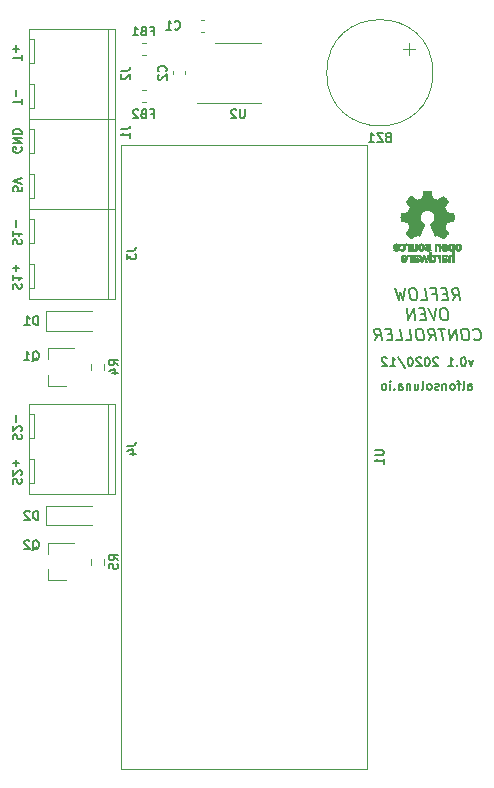
<source format=gbr>
%TF.GenerationSoftware,KiCad,Pcbnew,5.1.9*%
%TF.CreationDate,2020-12-25T23:56:19+01:00*%
%TF.ProjectId,reflow-oven,7265666c-6f77-42d6-9f76-656e2e6b6963,rev?*%
%TF.SameCoordinates,Original*%
%TF.FileFunction,Legend,Bot*%
%TF.FilePolarity,Positive*%
%FSLAX46Y46*%
G04 Gerber Fmt 4.6, Leading zero omitted, Abs format (unit mm)*
G04 Created by KiCad (PCBNEW 5.1.9) date 2020-12-25 23:56:19*
%MOMM*%
%LPD*%
G01*
G04 APERTURE LIST*
%ADD10C,0.150000*%
%ADD11C,0.200000*%
%ADD12C,0.010000*%
%ADD13C,0.120000*%
G04 APERTURE END LIST*
D10*
X-19553571Y-11785714D02*
X-19589285Y-11678571D01*
X-19589285Y-11500000D01*
X-19553571Y-11428571D01*
X-19517857Y-11392857D01*
X-19446428Y-11357142D01*
X-19375000Y-11357142D01*
X-19303571Y-11392857D01*
X-19267857Y-11428571D01*
X-19232142Y-11500000D01*
X-19196428Y-11642857D01*
X-19160714Y-11714285D01*
X-19125000Y-11750000D01*
X-19053571Y-11785714D01*
X-18982142Y-11785714D01*
X-18910714Y-11750000D01*
X-18875000Y-11714285D01*
X-18839285Y-11642857D01*
X-18839285Y-11464285D01*
X-18875000Y-11357142D01*
X-18910714Y-11071428D02*
X-18875000Y-11035714D01*
X-18839285Y-10964285D01*
X-18839285Y-10785714D01*
X-18875000Y-10714285D01*
X-18910714Y-10678571D01*
X-18982142Y-10642857D01*
X-19053571Y-10642857D01*
X-19160714Y-10678571D01*
X-19589285Y-11107142D01*
X-19589285Y-10642857D01*
X-19303571Y-10321428D02*
X-19303571Y-9750000D01*
X-19589285Y-10035714D02*
X-19017857Y-10035714D01*
X-19553571Y-8035714D02*
X-19589285Y-7928571D01*
X-19589285Y-7750000D01*
X-19553571Y-7678571D01*
X-19517857Y-7642857D01*
X-19446428Y-7607142D01*
X-19375000Y-7607142D01*
X-19303571Y-7642857D01*
X-19267857Y-7678571D01*
X-19232142Y-7750000D01*
X-19196428Y-7892857D01*
X-19160714Y-7964285D01*
X-19125000Y-8000000D01*
X-19053571Y-8035714D01*
X-18982142Y-8035714D01*
X-18910714Y-8000000D01*
X-18875000Y-7964285D01*
X-18839285Y-7892857D01*
X-18839285Y-7714285D01*
X-18875000Y-7607142D01*
X-18910714Y-7321428D02*
X-18875000Y-7285714D01*
X-18839285Y-7214285D01*
X-18839285Y-7035714D01*
X-18875000Y-6964285D01*
X-18910714Y-6928571D01*
X-18982142Y-6892857D01*
X-19053571Y-6892857D01*
X-19160714Y-6928571D01*
X-19589285Y-7357142D01*
X-19589285Y-6892857D01*
X-19303571Y-6571428D02*
X-19303571Y-6000000D01*
X-19553571Y4714285D02*
X-19589285Y4821428D01*
X-19589285Y5000000D01*
X-19553571Y5071428D01*
X-19517857Y5107142D01*
X-19446428Y5142857D01*
X-19375000Y5142857D01*
X-19303571Y5107142D01*
X-19267857Y5071428D01*
X-19232142Y5000000D01*
X-19196428Y4857142D01*
X-19160714Y4785714D01*
X-19125000Y4750000D01*
X-19053571Y4714285D01*
X-18982142Y4714285D01*
X-18910714Y4750000D01*
X-18875000Y4785714D01*
X-18839285Y4857142D01*
X-18839285Y5035714D01*
X-18875000Y5142857D01*
X-19589285Y5857142D02*
X-19589285Y5428571D01*
X-19589285Y5642857D02*
X-18839285Y5642857D01*
X-18946428Y5571428D01*
X-19017857Y5500000D01*
X-19053571Y5428571D01*
X-19303571Y6178571D02*
X-19303571Y6750000D01*
X-19589285Y6464285D02*
X-19017857Y6464285D01*
X-19553571Y8464285D02*
X-19589285Y8571428D01*
X-19589285Y8750000D01*
X-19553571Y8821428D01*
X-19517857Y8857142D01*
X-19446428Y8892857D01*
X-19375000Y8892857D01*
X-19303571Y8857142D01*
X-19267857Y8821428D01*
X-19232142Y8750000D01*
X-19196428Y8607142D01*
X-19160714Y8535714D01*
X-19125000Y8500000D01*
X-19053571Y8464285D01*
X-18982142Y8464285D01*
X-18910714Y8500000D01*
X-18875000Y8535714D01*
X-18839285Y8607142D01*
X-18839285Y8785714D01*
X-18875000Y8892857D01*
X-19589285Y9607142D02*
X-19589285Y9178571D01*
X-19589285Y9392857D02*
X-18839285Y9392857D01*
X-18946428Y9321428D01*
X-19017857Y9250000D01*
X-19053571Y9178571D01*
X-19303571Y9928571D02*
X-19303571Y10500000D01*
X-18839285Y13357142D02*
X-18839285Y13000000D01*
X-19196428Y12964285D01*
X-19160714Y13000000D01*
X-19125000Y13071428D01*
X-19125000Y13250000D01*
X-19160714Y13321428D01*
X-19196428Y13357142D01*
X-19267857Y13392857D01*
X-19446428Y13392857D01*
X-19517857Y13357142D01*
X-19553571Y13321428D01*
X-19589285Y13250000D01*
X-19589285Y13071428D01*
X-19553571Y13000000D01*
X-19517857Y12964285D01*
X-18839285Y13607142D02*
X-19589285Y13857142D01*
X-18839285Y14107142D01*
X-18875000Y16678571D02*
X-18839285Y16607142D01*
X-18839285Y16500000D01*
X-18875000Y16392857D01*
X-18946428Y16321428D01*
X-19017857Y16285714D01*
X-19160714Y16250000D01*
X-19267857Y16250000D01*
X-19410714Y16285714D01*
X-19482142Y16321428D01*
X-19553571Y16392857D01*
X-19589285Y16500000D01*
X-19589285Y16571428D01*
X-19553571Y16678571D01*
X-19517857Y16714285D01*
X-19267857Y16714285D01*
X-19267857Y16571428D01*
X-19589285Y17035714D02*
X-18839285Y17035714D01*
X-19589285Y17464285D01*
X-18839285Y17464285D01*
X-19589285Y17821428D02*
X-18839285Y17821428D01*
X-18839285Y18000000D01*
X-18875000Y18107142D01*
X-18946428Y18178571D01*
X-19017857Y18214285D01*
X-19160714Y18250000D01*
X-19267857Y18250000D01*
X-19410714Y18214285D01*
X-19482142Y18178571D01*
X-19553571Y18107142D01*
X-19589285Y18000000D01*
X-19589285Y17821428D01*
X-18839285Y20321428D02*
X-18839285Y20750000D01*
X-19589285Y20535714D02*
X-18839285Y20535714D01*
X-19303571Y21000000D02*
X-19303571Y21571428D01*
X-18839285Y24071428D02*
X-18839285Y24500000D01*
X-19589285Y24285714D02*
X-18839285Y24285714D01*
X-19303571Y24750000D02*
X-19303571Y25321428D01*
X-19589285Y25035714D02*
X-19017857Y25035714D01*
X18982142Y-3839285D02*
X18982142Y-3446428D01*
X19017857Y-3375000D01*
X19089285Y-3339285D01*
X19232142Y-3339285D01*
X19303571Y-3375000D01*
X18982142Y-3803571D02*
X19053571Y-3839285D01*
X19232142Y-3839285D01*
X19303571Y-3803571D01*
X19339285Y-3732142D01*
X19339285Y-3660714D01*
X19303571Y-3589285D01*
X19232142Y-3553571D01*
X19053571Y-3553571D01*
X18982142Y-3517857D01*
X18517857Y-3839285D02*
X18589285Y-3803571D01*
X18625000Y-3732142D01*
X18625000Y-3089285D01*
X18339285Y-3339285D02*
X18053571Y-3339285D01*
X18232142Y-3839285D02*
X18232142Y-3196428D01*
X18196428Y-3125000D01*
X18125000Y-3089285D01*
X18053571Y-3089285D01*
X17696428Y-3839285D02*
X17767857Y-3803571D01*
X17803571Y-3767857D01*
X17839285Y-3696428D01*
X17839285Y-3482142D01*
X17803571Y-3410714D01*
X17767857Y-3375000D01*
X17696428Y-3339285D01*
X17589285Y-3339285D01*
X17517857Y-3375000D01*
X17482142Y-3410714D01*
X17446428Y-3482142D01*
X17446428Y-3696428D01*
X17482142Y-3767857D01*
X17517857Y-3803571D01*
X17589285Y-3839285D01*
X17696428Y-3839285D01*
X17125000Y-3339285D02*
X17125000Y-3839285D01*
X17125000Y-3410714D02*
X17089285Y-3375000D01*
X17017857Y-3339285D01*
X16910714Y-3339285D01*
X16839285Y-3375000D01*
X16803571Y-3446428D01*
X16803571Y-3839285D01*
X16482142Y-3803571D02*
X16410714Y-3839285D01*
X16267857Y-3839285D01*
X16196428Y-3803571D01*
X16160714Y-3732142D01*
X16160714Y-3696428D01*
X16196428Y-3625000D01*
X16267857Y-3589285D01*
X16375000Y-3589285D01*
X16446428Y-3553571D01*
X16482142Y-3482142D01*
X16482142Y-3446428D01*
X16446428Y-3375000D01*
X16375000Y-3339285D01*
X16267857Y-3339285D01*
X16196428Y-3375000D01*
X15732142Y-3839285D02*
X15803571Y-3803571D01*
X15839285Y-3767857D01*
X15875000Y-3696428D01*
X15875000Y-3482142D01*
X15839285Y-3410714D01*
X15803571Y-3375000D01*
X15732142Y-3339285D01*
X15625000Y-3339285D01*
X15553571Y-3375000D01*
X15517857Y-3410714D01*
X15482142Y-3482142D01*
X15482142Y-3696428D01*
X15517857Y-3767857D01*
X15553571Y-3803571D01*
X15625000Y-3839285D01*
X15732142Y-3839285D01*
X15053571Y-3839285D02*
X15125000Y-3803571D01*
X15160714Y-3732142D01*
X15160714Y-3089285D01*
X14446428Y-3339285D02*
X14446428Y-3839285D01*
X14767857Y-3339285D02*
X14767857Y-3732142D01*
X14732142Y-3803571D01*
X14660714Y-3839285D01*
X14553571Y-3839285D01*
X14482142Y-3803571D01*
X14446428Y-3767857D01*
X14089285Y-3339285D02*
X14089285Y-3839285D01*
X14089285Y-3410714D02*
X14053571Y-3375000D01*
X13982142Y-3339285D01*
X13875000Y-3339285D01*
X13803571Y-3375000D01*
X13767857Y-3446428D01*
X13767857Y-3839285D01*
X13089285Y-3839285D02*
X13089285Y-3446428D01*
X13125000Y-3375000D01*
X13196428Y-3339285D01*
X13339285Y-3339285D01*
X13410714Y-3375000D01*
X13089285Y-3803571D02*
X13160714Y-3839285D01*
X13339285Y-3839285D01*
X13410714Y-3803571D01*
X13446428Y-3732142D01*
X13446428Y-3660714D01*
X13410714Y-3589285D01*
X13339285Y-3553571D01*
X13160714Y-3553571D01*
X13089285Y-3517857D01*
X12732142Y-3767857D02*
X12696428Y-3803571D01*
X12732142Y-3839285D01*
X12767857Y-3803571D01*
X12732142Y-3767857D01*
X12732142Y-3839285D01*
X12375000Y-3839285D02*
X12375000Y-3339285D01*
X12375000Y-3089285D02*
X12410714Y-3125000D01*
X12375000Y-3160714D01*
X12339285Y-3125000D01*
X12375000Y-3089285D01*
X12375000Y-3160714D01*
X11910714Y-3839285D02*
X11982142Y-3803571D01*
X12017857Y-3767857D01*
X12053571Y-3696428D01*
X12053571Y-3482142D01*
X12017857Y-3410714D01*
X11982142Y-3375000D01*
X11910714Y-3339285D01*
X11803571Y-3339285D01*
X11732142Y-3375000D01*
X11696428Y-3410714D01*
X11660714Y-3482142D01*
X11660714Y-3696428D01*
X11696428Y-3767857D01*
X11732142Y-3803571D01*
X11803571Y-3839285D01*
X11910714Y-3839285D01*
X19392857Y-1339285D02*
X19214285Y-1839285D01*
X19035714Y-1339285D01*
X18607142Y-1089285D02*
X18535714Y-1089285D01*
X18464285Y-1125000D01*
X18428571Y-1160714D01*
X18392857Y-1232142D01*
X18357142Y-1375000D01*
X18357142Y-1553571D01*
X18392857Y-1696428D01*
X18428571Y-1767857D01*
X18464285Y-1803571D01*
X18535714Y-1839285D01*
X18607142Y-1839285D01*
X18678571Y-1803571D01*
X18714285Y-1767857D01*
X18750000Y-1696428D01*
X18785714Y-1553571D01*
X18785714Y-1375000D01*
X18750000Y-1232142D01*
X18714285Y-1160714D01*
X18678571Y-1125000D01*
X18607142Y-1089285D01*
X18035714Y-1767857D02*
X18000000Y-1803571D01*
X18035714Y-1839285D01*
X18071428Y-1803571D01*
X18035714Y-1767857D01*
X18035714Y-1839285D01*
X17285714Y-1839285D02*
X17714285Y-1839285D01*
X17500000Y-1839285D02*
X17500000Y-1089285D01*
X17571428Y-1196428D01*
X17642857Y-1267857D01*
X17714285Y-1303571D01*
X16428571Y-1160714D02*
X16392857Y-1125000D01*
X16321428Y-1089285D01*
X16142857Y-1089285D01*
X16071428Y-1125000D01*
X16035714Y-1160714D01*
X16000000Y-1232142D01*
X16000000Y-1303571D01*
X16035714Y-1410714D01*
X16464285Y-1839285D01*
X16000000Y-1839285D01*
X15535714Y-1089285D02*
X15464285Y-1089285D01*
X15392857Y-1125000D01*
X15357142Y-1160714D01*
X15321428Y-1232142D01*
X15285714Y-1375000D01*
X15285714Y-1553571D01*
X15321428Y-1696428D01*
X15357142Y-1767857D01*
X15392857Y-1803571D01*
X15464285Y-1839285D01*
X15535714Y-1839285D01*
X15607142Y-1803571D01*
X15642857Y-1767857D01*
X15678571Y-1696428D01*
X15714285Y-1553571D01*
X15714285Y-1375000D01*
X15678571Y-1232142D01*
X15642857Y-1160714D01*
X15607142Y-1125000D01*
X15535714Y-1089285D01*
X15000000Y-1160714D02*
X14964285Y-1125000D01*
X14892857Y-1089285D01*
X14714285Y-1089285D01*
X14642857Y-1125000D01*
X14607142Y-1160714D01*
X14571428Y-1232142D01*
X14571428Y-1303571D01*
X14607142Y-1410714D01*
X15035714Y-1839285D01*
X14571428Y-1839285D01*
X14107142Y-1089285D02*
X14035714Y-1089285D01*
X13964285Y-1125000D01*
X13928571Y-1160714D01*
X13892857Y-1232142D01*
X13857142Y-1375000D01*
X13857142Y-1553571D01*
X13892857Y-1696428D01*
X13928571Y-1767857D01*
X13964285Y-1803571D01*
X14035714Y-1839285D01*
X14107142Y-1839285D01*
X14178571Y-1803571D01*
X14214285Y-1767857D01*
X14250000Y-1696428D01*
X14285714Y-1553571D01*
X14285714Y-1375000D01*
X14250000Y-1232142D01*
X14214285Y-1160714D01*
X14178571Y-1125000D01*
X14107142Y-1089285D01*
X13000000Y-1053571D02*
X13642857Y-2017857D01*
X12357142Y-1839285D02*
X12785714Y-1839285D01*
X12571428Y-1839285D02*
X12571428Y-1089285D01*
X12642857Y-1196428D01*
X12714285Y-1267857D01*
X12785714Y-1303571D01*
X12071428Y-1160714D02*
X12035714Y-1125000D01*
X11964285Y-1089285D01*
X11785714Y-1089285D01*
X11714285Y-1125000D01*
X11678571Y-1160714D01*
X11642857Y-1232142D01*
X11642857Y-1303571D01*
X11678571Y-1410714D01*
X12107142Y-1839285D01*
X11642857Y-1839285D01*
D11*
X17675476Y3747619D02*
X17949285Y4223809D01*
X18246904Y3747619D02*
X18121904Y4747619D01*
X17740952Y4747619D01*
X17651666Y4700000D01*
X17610000Y4652380D01*
X17574285Y4557142D01*
X17592142Y4414285D01*
X17651666Y4319047D01*
X17705238Y4271428D01*
X17806428Y4223809D01*
X18187380Y4223809D01*
X17181428Y4271428D02*
X16848095Y4271428D01*
X16770714Y3747619D02*
X17246904Y3747619D01*
X17121904Y4747619D01*
X16645714Y4747619D01*
X15943333Y4271428D02*
X16276666Y4271428D01*
X16342142Y3747619D02*
X16217142Y4747619D01*
X15740952Y4747619D01*
X15008809Y3747619D02*
X15485000Y3747619D01*
X15360000Y4747619D01*
X14360000Y4747619D02*
X14169523Y4747619D01*
X14080238Y4700000D01*
X13996904Y4604761D01*
X13973095Y4414285D01*
X14014761Y4080952D01*
X14086190Y3890476D01*
X14193333Y3795238D01*
X14294523Y3747619D01*
X14485000Y3747619D01*
X14574285Y3795238D01*
X14657619Y3890476D01*
X14681428Y4080952D01*
X14639761Y4414285D01*
X14568333Y4604761D01*
X14461190Y4700000D01*
X14360000Y4747619D01*
X13598095Y4747619D02*
X13485000Y3747619D01*
X13205238Y4461904D01*
X13104047Y3747619D01*
X12740952Y4747619D01*
X16979047Y3047619D02*
X16788571Y3047619D01*
X16699285Y3000000D01*
X16615952Y2904761D01*
X16592142Y2714285D01*
X16633809Y2380952D01*
X16705238Y2190476D01*
X16812380Y2095238D01*
X16913571Y2047619D01*
X17104047Y2047619D01*
X17193333Y2095238D01*
X17276666Y2190476D01*
X17300476Y2380952D01*
X17258809Y2714285D01*
X17187380Y2904761D01*
X17080238Y3000000D01*
X16979047Y3047619D01*
X16264761Y3047619D02*
X16056428Y2047619D01*
X15598095Y3047619D01*
X15324285Y2571428D02*
X14990952Y2571428D01*
X14913571Y2047619D02*
X15389761Y2047619D01*
X15264761Y3047619D01*
X14788571Y3047619D01*
X14484999Y2047619D02*
X14359999Y3047619D01*
X13913571Y2047619D01*
X13788571Y3047619D01*
X19496904Y442857D02*
X19550476Y395238D01*
X19699285Y347619D01*
X19794523Y347619D01*
X19931428Y395238D01*
X20014761Y490476D01*
X20050476Y585714D01*
X20074285Y776190D01*
X20056428Y919047D01*
X19985000Y1109523D01*
X19925476Y1204761D01*
X19818333Y1300000D01*
X19669523Y1347619D01*
X19574285Y1347619D01*
X19437380Y1300000D01*
X19395714Y1252380D01*
X18764761Y1347619D02*
X18574285Y1347619D01*
X18485000Y1300000D01*
X18401666Y1204761D01*
X18377857Y1014285D01*
X18419523Y680952D01*
X18490952Y490476D01*
X18598095Y395238D01*
X18699285Y347619D01*
X18889761Y347619D01*
X18979047Y395238D01*
X19062380Y490476D01*
X19086190Y680952D01*
X19044523Y1014285D01*
X18973095Y1204761D01*
X18865952Y1300000D01*
X18764761Y1347619D01*
X18032619Y347619D02*
X17907619Y1347619D01*
X17461190Y347619D01*
X17336190Y1347619D01*
X17002857Y1347619D02*
X16431428Y1347619D01*
X16842142Y347619D02*
X16717142Y1347619D01*
X15651666Y347619D02*
X15925476Y823809D01*
X16223095Y347619D02*
X16098095Y1347619D01*
X15717142Y1347619D01*
X15627857Y1300000D01*
X15586190Y1252380D01*
X15550476Y1157142D01*
X15568333Y1014285D01*
X15627857Y919047D01*
X15681428Y871428D01*
X15782619Y823809D01*
X16163571Y823809D01*
X14907619Y1347619D02*
X14717142Y1347619D01*
X14627857Y1300000D01*
X14544523Y1204761D01*
X14520714Y1014285D01*
X14562380Y680952D01*
X14633809Y490476D01*
X14740952Y395238D01*
X14842142Y347619D01*
X15032619Y347619D01*
X15121904Y395238D01*
X15205238Y490476D01*
X15229047Y680952D01*
X15187380Y1014285D01*
X15115952Y1204761D01*
X15008809Y1300000D01*
X14907619Y1347619D01*
X13699285Y347619D02*
X14175476Y347619D01*
X14050476Y1347619D01*
X12889761Y347619D02*
X13365952Y347619D01*
X13240952Y1347619D01*
X12490952Y871428D02*
X12157619Y871428D01*
X12080238Y347619D02*
X12556428Y347619D01*
X12431428Y1347619D01*
X11955238Y1347619D01*
X11080238Y347619D02*
X11354047Y823809D01*
X11651666Y347619D02*
X11526666Y1347619D01*
X11145714Y1347619D01*
X11056428Y1300000D01*
X11014761Y1252380D01*
X10979047Y1157142D01*
X10996904Y1014285D01*
X11056428Y919047D01*
X11110000Y871428D01*
X11211190Y823809D01*
X11592142Y823809D01*
D12*
%TO.C,REF\u002A\u002A*%
G36*
X17408759Y8530816D02*
G01*
X17382247Y8517718D01*
X17349553Y8494894D01*
X17325725Y8470004D01*
X17309406Y8438751D01*
X17299240Y8396834D01*
X17293872Y8339956D01*
X17291944Y8263816D01*
X17291831Y8231083D01*
X17292161Y8159344D01*
X17293527Y8108073D01*
X17296500Y8072596D01*
X17301649Y8048237D01*
X17309543Y8030320D01*
X17317757Y8018098D01*
X17370187Y7966095D01*
X17431930Y7934816D01*
X17498536Y7925408D01*
X17565558Y7939020D01*
X17586792Y7948646D01*
X17637624Y7975141D01*
X17637624Y7559948D01*
X17600525Y7579132D01*
X17551643Y7593975D01*
X17491561Y7597778D01*
X17431564Y7590757D01*
X17386256Y7574987D01*
X17348675Y7544953D01*
X17316564Y7501976D01*
X17314150Y7497564D01*
X17303967Y7476779D01*
X17296530Y7455830D01*
X17291411Y7430452D01*
X17288181Y7396382D01*
X17286413Y7349359D01*
X17285677Y7285118D01*
X17285544Y7212824D01*
X17285544Y6982178D01*
X17423861Y6982178D01*
X17423861Y7407467D01*
X17462549Y7440021D01*
X17502738Y7466060D01*
X17540797Y7470795D01*
X17579066Y7458611D01*
X17599462Y7446680D01*
X17614642Y7429687D01*
X17625438Y7404005D01*
X17632683Y7366009D01*
X17637208Y7312074D01*
X17639844Y7238575D01*
X17640772Y7189653D01*
X17643911Y6988465D01*
X17709926Y6984664D01*
X17775940Y6980864D01*
X17775940Y8229350D01*
X17637624Y8229350D01*
X17634097Y8159746D01*
X17622215Y8111431D01*
X17600020Y8081369D01*
X17565559Y8066529D01*
X17530742Y8063564D01*
X17491329Y8066972D01*
X17465171Y8080383D01*
X17448814Y8098104D01*
X17435937Y8117165D01*
X17428272Y8138399D01*
X17424861Y8168151D01*
X17424749Y8212764D01*
X17425897Y8250120D01*
X17428532Y8306396D01*
X17432456Y8343342D01*
X17439063Y8366777D01*
X17449749Y8382520D01*
X17459833Y8391620D01*
X17501970Y8411463D01*
X17551840Y8414668D01*
X17580476Y8407832D01*
X17608828Y8383536D01*
X17627609Y8336272D01*
X17636712Y8266376D01*
X17637624Y8229350D01*
X17775940Y8229350D01*
X17775940Y8541386D01*
X17706782Y8541386D01*
X17665260Y8539744D01*
X17643838Y8533913D01*
X17637626Y8522539D01*
X17637624Y8522202D01*
X17634742Y8511062D01*
X17622030Y8512327D01*
X17596757Y8524567D01*
X17537869Y8543293D01*
X17471615Y8545261D01*
X17408759Y8530816D01*
G37*
X17408759Y8530816D02*
X17382247Y8517718D01*
X17349553Y8494894D01*
X17325725Y8470004D01*
X17309406Y8438751D01*
X17299240Y8396834D01*
X17293872Y8339956D01*
X17291944Y8263816D01*
X17291831Y8231083D01*
X17292161Y8159344D01*
X17293527Y8108073D01*
X17296500Y8072596D01*
X17301649Y8048237D01*
X17309543Y8030320D01*
X17317757Y8018098D01*
X17370187Y7966095D01*
X17431930Y7934816D01*
X17498536Y7925408D01*
X17565558Y7939020D01*
X17586792Y7948646D01*
X17637624Y7975141D01*
X17637624Y7559948D01*
X17600525Y7579132D01*
X17551643Y7593975D01*
X17491561Y7597778D01*
X17431564Y7590757D01*
X17386256Y7574987D01*
X17348675Y7544953D01*
X17316564Y7501976D01*
X17314150Y7497564D01*
X17303967Y7476779D01*
X17296530Y7455830D01*
X17291411Y7430452D01*
X17288181Y7396382D01*
X17286413Y7349359D01*
X17285677Y7285118D01*
X17285544Y7212824D01*
X17285544Y6982178D01*
X17423861Y6982178D01*
X17423861Y7407467D01*
X17462549Y7440021D01*
X17502738Y7466060D01*
X17540797Y7470795D01*
X17579066Y7458611D01*
X17599462Y7446680D01*
X17614642Y7429687D01*
X17625438Y7404005D01*
X17632683Y7366009D01*
X17637208Y7312074D01*
X17639844Y7238575D01*
X17640772Y7189653D01*
X17643911Y6988465D01*
X17709926Y6984664D01*
X17775940Y6980864D01*
X17775940Y8229350D01*
X17637624Y8229350D01*
X17634097Y8159746D01*
X17622215Y8111431D01*
X17600020Y8081369D01*
X17565559Y8066529D01*
X17530742Y8063564D01*
X17491329Y8066972D01*
X17465171Y8080383D01*
X17448814Y8098104D01*
X17435937Y8117165D01*
X17428272Y8138399D01*
X17424861Y8168151D01*
X17424749Y8212764D01*
X17425897Y8250120D01*
X17428532Y8306396D01*
X17432456Y8343342D01*
X17439063Y8366777D01*
X17449749Y8382520D01*
X17459833Y8391620D01*
X17501970Y8411463D01*
X17551840Y8414668D01*
X17580476Y8407832D01*
X17608828Y8383536D01*
X17627609Y8336272D01*
X17636712Y8266376D01*
X17637624Y8229350D01*
X17775940Y8229350D01*
X17775940Y8541386D01*
X17706782Y8541386D01*
X17665260Y8539744D01*
X17643838Y8533913D01*
X17637626Y8522539D01*
X17637624Y8522202D01*
X17634742Y8511062D01*
X17622030Y8512327D01*
X17596757Y8524567D01*
X17537869Y8543293D01*
X17471615Y8545261D01*
X17408759Y8530816D01*
G36*
X16884210Y7593445D02*
G01*
X16825055Y7577661D01*
X16780023Y7549052D01*
X16748246Y7511581D01*
X16738366Y7495589D01*
X16731073Y7478837D01*
X16725974Y7457408D01*
X16722679Y7427384D01*
X16720797Y7384846D01*
X16719937Y7325878D01*
X16719707Y7246560D01*
X16719703Y7225516D01*
X16719703Y6982178D01*
X16780059Y6982178D01*
X16818557Y6984874D01*
X16847023Y6991705D01*
X16854155Y6995917D01*
X16873652Y7003187D01*
X16893566Y6995917D01*
X16926353Y6986840D01*
X16973978Y6983187D01*
X17026764Y6984772D01*
X17075036Y6991411D01*
X17103218Y6999928D01*
X17157753Y7034937D01*
X17191835Y7083521D01*
X17207157Y7148118D01*
X17207299Y7149777D01*
X17205955Y7178434D01*
X17084356Y7178434D01*
X17073726Y7145839D01*
X17056410Y7127495D01*
X17021652Y7113621D01*
X16975773Y7108083D01*
X16928988Y7110809D01*
X16891514Y7121726D01*
X16881015Y7128731D01*
X16862668Y7161096D01*
X16858020Y7197889D01*
X16858020Y7246237D01*
X16927582Y7246237D01*
X16993667Y7241150D01*
X17043764Y7226737D01*
X17074929Y7204271D01*
X17084356Y7178434D01*
X17205955Y7178434D01*
X17203987Y7220353D01*
X17180710Y7276155D01*
X17136948Y7318353D01*
X17130899Y7322192D01*
X17104907Y7334691D01*
X17072735Y7342260D01*
X17027760Y7345939D01*
X16974331Y7346784D01*
X16858020Y7346831D01*
X16858020Y7395589D01*
X16862953Y7433419D01*
X16875543Y7458764D01*
X16877017Y7460113D01*
X16905034Y7471200D01*
X16947326Y7475497D01*
X16994064Y7473385D01*
X17035418Y7465244D01*
X17059957Y7453035D01*
X17073253Y7443254D01*
X17087294Y7441387D01*
X17106671Y7449400D01*
X17135976Y7469261D01*
X17179803Y7502937D01*
X17183825Y7506091D01*
X17181764Y7517764D01*
X17164568Y7537178D01*
X17138433Y7558752D01*
X17109552Y7576904D01*
X17100478Y7581191D01*
X17067380Y7589744D01*
X17018880Y7595845D01*
X16964695Y7598292D01*
X16962161Y7598297D01*
X16884210Y7593445D01*
G37*
X16884210Y7593445D02*
X16825055Y7577661D01*
X16780023Y7549052D01*
X16748246Y7511581D01*
X16738366Y7495589D01*
X16731073Y7478837D01*
X16725974Y7457408D01*
X16722679Y7427384D01*
X16720797Y7384846D01*
X16719937Y7325878D01*
X16719707Y7246560D01*
X16719703Y7225516D01*
X16719703Y6982178D01*
X16780059Y6982178D01*
X16818557Y6984874D01*
X16847023Y6991705D01*
X16854155Y6995917D01*
X16873652Y7003187D01*
X16893566Y6995917D01*
X16926353Y6986840D01*
X16973978Y6983187D01*
X17026764Y6984772D01*
X17075036Y6991411D01*
X17103218Y6999928D01*
X17157753Y7034937D01*
X17191835Y7083521D01*
X17207157Y7148118D01*
X17207299Y7149777D01*
X17205955Y7178434D01*
X17084356Y7178434D01*
X17073726Y7145839D01*
X17056410Y7127495D01*
X17021652Y7113621D01*
X16975773Y7108083D01*
X16928988Y7110809D01*
X16891514Y7121726D01*
X16881015Y7128731D01*
X16862668Y7161096D01*
X16858020Y7197889D01*
X16858020Y7246237D01*
X16927582Y7246237D01*
X16993667Y7241150D01*
X17043764Y7226737D01*
X17074929Y7204271D01*
X17084356Y7178434D01*
X17205955Y7178434D01*
X17203987Y7220353D01*
X17180710Y7276155D01*
X17136948Y7318353D01*
X17130899Y7322192D01*
X17104907Y7334691D01*
X17072735Y7342260D01*
X17027760Y7345939D01*
X16974331Y7346784D01*
X16858020Y7346831D01*
X16858020Y7395589D01*
X16862953Y7433419D01*
X16875543Y7458764D01*
X16877017Y7460113D01*
X16905034Y7471200D01*
X16947326Y7475497D01*
X16994064Y7473385D01*
X17035418Y7465244D01*
X17059957Y7453035D01*
X17073253Y7443254D01*
X17087294Y7441387D01*
X17106671Y7449400D01*
X17135976Y7469261D01*
X17179803Y7502937D01*
X17183825Y7506091D01*
X17181764Y7517764D01*
X17164568Y7537178D01*
X17138433Y7558752D01*
X17109552Y7576904D01*
X17100478Y7581191D01*
X17067380Y7589744D01*
X17018880Y7595845D01*
X16964695Y7598292D01*
X16962161Y7598297D01*
X16884210Y7593445D01*
G36*
X16493356Y7596980D02*
G01*
X16474539Y7591340D01*
X16468473Y7578947D01*
X16468218Y7573353D01*
X16467129Y7557770D01*
X16459632Y7555324D01*
X16439381Y7566007D01*
X16427351Y7573306D01*
X16389400Y7588937D01*
X16344072Y7596666D01*
X16296544Y7597260D01*
X16251995Y7591487D01*
X16215602Y7580116D01*
X16192543Y7563912D01*
X16187996Y7543645D01*
X16190291Y7538157D01*
X16207020Y7515374D01*
X16232963Y7487353D01*
X16237655Y7482823D01*
X16262383Y7461995D01*
X16283718Y7455265D01*
X16313555Y7459962D01*
X16325508Y7463083D01*
X16362705Y7470579D01*
X16388859Y7467208D01*
X16410946Y7455319D01*
X16431178Y7439365D01*
X16446079Y7419300D01*
X16456434Y7391298D01*
X16463029Y7351533D01*
X16466649Y7296177D01*
X16468078Y7221406D01*
X16468218Y7176260D01*
X16468218Y6982178D01*
X16593960Y6982178D01*
X16593960Y7598317D01*
X16531089Y7598317D01*
X16493356Y7596980D01*
G37*
X16493356Y7596980D02*
X16474539Y7591340D01*
X16468473Y7578947D01*
X16468218Y7573353D01*
X16467129Y7557770D01*
X16459632Y7555324D01*
X16439381Y7566007D01*
X16427351Y7573306D01*
X16389400Y7588937D01*
X16344072Y7596666D01*
X16296544Y7597260D01*
X16251995Y7591487D01*
X16215602Y7580116D01*
X16192543Y7563912D01*
X16187996Y7543645D01*
X16190291Y7538157D01*
X16207020Y7515374D01*
X16232963Y7487353D01*
X16237655Y7482823D01*
X16262383Y7461995D01*
X16283718Y7455265D01*
X16313555Y7459962D01*
X16325508Y7463083D01*
X16362705Y7470579D01*
X16388859Y7467208D01*
X16410946Y7455319D01*
X16431178Y7439365D01*
X16446079Y7419300D01*
X16456434Y7391298D01*
X16463029Y7351533D01*
X16466649Y7296177D01*
X16468078Y7221406D01*
X16468218Y7176260D01*
X16468218Y6982178D01*
X16593960Y6982178D01*
X16593960Y7598317D01*
X16531089Y7598317D01*
X16493356Y7596980D01*
G36*
X15701188Y6982178D02*
G01*
X15770346Y6982178D01*
X15810488Y6983355D01*
X15831394Y6988228D01*
X15838922Y6998814D01*
X15839505Y7005971D01*
X15840774Y7020324D01*
X15848779Y7023077D01*
X15869815Y7014229D01*
X15886173Y7005971D01*
X15948977Y6986403D01*
X16017248Y6985271D01*
X16072752Y6999865D01*
X16124438Y7035123D01*
X16163838Y7087165D01*
X16185413Y7148550D01*
X16185962Y7151982D01*
X16189167Y7189429D01*
X16190761Y7243187D01*
X16190633Y7283845D01*
X16053279Y7283845D01*
X16050097Y7229806D01*
X16042859Y7185265D01*
X16033060Y7160112D01*
X15995989Y7125740D01*
X15951974Y7113418D01*
X15906584Y7123382D01*
X15867797Y7153105D01*
X15853108Y7173095D01*
X15844519Y7196950D01*
X15840496Y7231770D01*
X15839505Y7284070D01*
X15841278Y7335861D01*
X15845963Y7381366D01*
X15852603Y7411819D01*
X15853710Y7414548D01*
X15880491Y7447000D01*
X15919579Y7464817D01*
X15963315Y7467694D01*
X16004038Y7455326D01*
X16034087Y7427407D01*
X16037204Y7421852D01*
X16046961Y7387978D01*
X16052277Y7339272D01*
X16053279Y7283845D01*
X16190633Y7283845D01*
X16190568Y7304460D01*
X16189664Y7337437D01*
X16183514Y7419019D01*
X16170733Y7480270D01*
X16149471Y7525551D01*
X16117878Y7559221D01*
X16087207Y7578986D01*
X16044354Y7592880D01*
X15991056Y7597646D01*
X15936480Y7593764D01*
X15889792Y7581718D01*
X15865124Y7567307D01*
X15839505Y7544122D01*
X15839505Y7837227D01*
X15701188Y7837227D01*
X15701188Y6982178D01*
G37*
X15701188Y6982178D02*
X15770346Y6982178D01*
X15810488Y6983355D01*
X15831394Y6988228D01*
X15838922Y6998814D01*
X15839505Y7005971D01*
X15840774Y7020324D01*
X15848779Y7023077D01*
X15869815Y7014229D01*
X15886173Y7005971D01*
X15948977Y6986403D01*
X16017248Y6985271D01*
X16072752Y6999865D01*
X16124438Y7035123D01*
X16163838Y7087165D01*
X16185413Y7148550D01*
X16185962Y7151982D01*
X16189167Y7189429D01*
X16190761Y7243187D01*
X16190633Y7283845D01*
X16053279Y7283845D01*
X16050097Y7229806D01*
X16042859Y7185265D01*
X16033060Y7160112D01*
X15995989Y7125740D01*
X15951974Y7113418D01*
X15906584Y7123382D01*
X15867797Y7153105D01*
X15853108Y7173095D01*
X15844519Y7196950D01*
X15840496Y7231770D01*
X15839505Y7284070D01*
X15841278Y7335861D01*
X15845963Y7381366D01*
X15852603Y7411819D01*
X15853710Y7414548D01*
X15880491Y7447000D01*
X15919579Y7464817D01*
X15963315Y7467694D01*
X16004038Y7455326D01*
X16034087Y7427407D01*
X16037204Y7421852D01*
X16046961Y7387978D01*
X16052277Y7339272D01*
X16053279Y7283845D01*
X16190633Y7283845D01*
X16190568Y7304460D01*
X16189664Y7337437D01*
X16183514Y7419019D01*
X16170733Y7480270D01*
X16149471Y7525551D01*
X16117878Y7559221D01*
X16087207Y7578986D01*
X16044354Y7592880D01*
X15991056Y7597646D01*
X15936480Y7593764D01*
X15889792Y7581718D01*
X15865124Y7567307D01*
X15839505Y7544122D01*
X15839505Y7837227D01*
X15701188Y7837227D01*
X15701188Y6982178D01*
G36*
X15218476Y7595763D02*
G01*
X15168745Y7592029D01*
X15038709Y7202227D01*
X15018322Y7271386D01*
X15006054Y7314126D01*
X14989915Y7371885D01*
X14972488Y7435375D01*
X14963274Y7469430D01*
X14928612Y7598317D01*
X14785609Y7598317D01*
X14828354Y7463143D01*
X14849404Y7396658D01*
X14874833Y7316461D01*
X14901390Y7232807D01*
X14925098Y7158218D01*
X14979098Y6988465D01*
X15037402Y6984672D01*
X15095705Y6980878D01*
X15127321Y7085266D01*
X15146818Y7150111D01*
X15168096Y7221600D01*
X15186692Y7284737D01*
X15187426Y7287250D01*
X15201316Y7330031D01*
X15213571Y7359221D01*
X15222154Y7370259D01*
X15223918Y7368982D01*
X15230109Y7351870D01*
X15241872Y7315213D01*
X15257775Y7263622D01*
X15276386Y7201706D01*
X15286457Y7167648D01*
X15340993Y6982178D01*
X15456736Y6982178D01*
X15549263Y7274529D01*
X15575256Y7356538D01*
X15598934Y7431013D01*
X15619180Y7494456D01*
X15634874Y7543368D01*
X15644898Y7574251D01*
X15647945Y7583274D01*
X15645533Y7592513D01*
X15626592Y7596559D01*
X15587177Y7596154D01*
X15581007Y7595848D01*
X15507914Y7592029D01*
X15460043Y7415990D01*
X15442447Y7351789D01*
X15426723Y7295351D01*
X15414254Y7251578D01*
X15406426Y7225370D01*
X15404980Y7221097D01*
X15398986Y7226010D01*
X15386899Y7251468D01*
X15370107Y7294003D01*
X15349997Y7350150D01*
X15332997Y7400870D01*
X15268206Y7599496D01*
X15218476Y7595763D01*
G37*
X15218476Y7595763D02*
X15168745Y7592029D01*
X15038709Y7202227D01*
X15018322Y7271386D01*
X15006054Y7314126D01*
X14989915Y7371885D01*
X14972488Y7435375D01*
X14963274Y7469430D01*
X14928612Y7598317D01*
X14785609Y7598317D01*
X14828354Y7463143D01*
X14849404Y7396658D01*
X14874833Y7316461D01*
X14901390Y7232807D01*
X14925098Y7158218D01*
X14979098Y6988465D01*
X15037402Y6984672D01*
X15095705Y6980878D01*
X15127321Y7085266D01*
X15146818Y7150111D01*
X15168096Y7221600D01*
X15186692Y7284737D01*
X15187426Y7287250D01*
X15201316Y7330031D01*
X15213571Y7359221D01*
X15222154Y7370259D01*
X15223918Y7368982D01*
X15230109Y7351870D01*
X15241872Y7315213D01*
X15257775Y7263622D01*
X15276386Y7201706D01*
X15286457Y7167648D01*
X15340993Y6982178D01*
X15456736Y6982178D01*
X15549263Y7274529D01*
X15575256Y7356538D01*
X15598934Y7431013D01*
X15619180Y7494456D01*
X15634874Y7543368D01*
X15644898Y7574251D01*
X15647945Y7583274D01*
X15645533Y7592513D01*
X15626592Y7596559D01*
X15587177Y7596154D01*
X15581007Y7595848D01*
X15507914Y7592029D01*
X15460043Y7415990D01*
X15442447Y7351789D01*
X15426723Y7295351D01*
X15414254Y7251578D01*
X15406426Y7225370D01*
X15404980Y7221097D01*
X15398986Y7226010D01*
X15386899Y7251468D01*
X15370107Y7294003D01*
X15349997Y7350150D01*
X15332997Y7400870D01*
X15268206Y7599496D01*
X15218476Y7595763D01*
G36*
X14461589Y7594583D02*
G01*
X14408589Y7581710D01*
X14393269Y7574890D01*
X14363572Y7557026D01*
X14340780Y7536907D01*
X14323917Y7511038D01*
X14312002Y7475927D01*
X14304058Y7428080D01*
X14299106Y7364004D01*
X14296169Y7280206D01*
X14295053Y7224232D01*
X14290948Y6982178D01*
X14361068Y6982178D01*
X14403607Y6983962D01*
X14425524Y6990058D01*
X14431188Y7000294D01*
X14434179Y7011363D01*
X14447549Y7009246D01*
X14465767Y7000371D01*
X14511376Y6986767D01*
X14569993Y6983101D01*
X14631646Y6989097D01*
X14686362Y7004479D01*
X14691270Y7006614D01*
X14741277Y7041745D01*
X14774244Y7090581D01*
X14789413Y7147667D01*
X14788254Y7168176D01*
X14664492Y7168176D01*
X14653587Y7140575D01*
X14621255Y7120796D01*
X14569090Y7110181D01*
X14541213Y7108772D01*
X14494753Y7112380D01*
X14463871Y7126403D01*
X14456336Y7133069D01*
X14435924Y7169334D01*
X14431188Y7202227D01*
X14431188Y7246237D01*
X14492487Y7246237D01*
X14563744Y7242605D01*
X14613724Y7231182D01*
X14645304Y7211176D01*
X14652374Y7202257D01*
X14664492Y7168176D01*
X14788254Y7168176D01*
X14786029Y7207544D01*
X14763337Y7264756D01*
X14732376Y7303420D01*
X14713624Y7320136D01*
X14695267Y7331122D01*
X14671381Y7337820D01*
X14636043Y7341674D01*
X14583331Y7344127D01*
X14562423Y7344832D01*
X14431188Y7349121D01*
X14431380Y7388842D01*
X14436463Y7430595D01*
X14454838Y7455842D01*
X14491961Y7471970D01*
X14492957Y7472258D01*
X14545590Y7478600D01*
X14597094Y7470316D01*
X14635370Y7450173D01*
X14650728Y7440227D01*
X14667270Y7441603D01*
X14692725Y7456013D01*
X14707672Y7466183D01*
X14736909Y7487912D01*
X14755020Y7504200D01*
X14757926Y7508863D01*
X14745960Y7532995D01*
X14710604Y7561815D01*
X14695247Y7571539D01*
X14651099Y7588286D01*
X14591602Y7597773D01*
X14525513Y7599905D01*
X14461589Y7594583D01*
G37*
X14461589Y7594583D02*
X14408589Y7581710D01*
X14393269Y7574890D01*
X14363572Y7557026D01*
X14340780Y7536907D01*
X14323917Y7511038D01*
X14312002Y7475927D01*
X14304058Y7428080D01*
X14299106Y7364004D01*
X14296169Y7280206D01*
X14295053Y7224232D01*
X14290948Y6982178D01*
X14361068Y6982178D01*
X14403607Y6983962D01*
X14425524Y6990058D01*
X14431188Y7000294D01*
X14434179Y7011363D01*
X14447549Y7009246D01*
X14465767Y7000371D01*
X14511376Y6986767D01*
X14569993Y6983101D01*
X14631646Y6989097D01*
X14686362Y7004479D01*
X14691270Y7006614D01*
X14741277Y7041745D01*
X14774244Y7090581D01*
X14789413Y7147667D01*
X14788254Y7168176D01*
X14664492Y7168176D01*
X14653587Y7140575D01*
X14621255Y7120796D01*
X14569090Y7110181D01*
X14541213Y7108772D01*
X14494753Y7112380D01*
X14463871Y7126403D01*
X14456336Y7133069D01*
X14435924Y7169334D01*
X14431188Y7202227D01*
X14431188Y7246237D01*
X14492487Y7246237D01*
X14563744Y7242605D01*
X14613724Y7231182D01*
X14645304Y7211176D01*
X14652374Y7202257D01*
X14664492Y7168176D01*
X14788254Y7168176D01*
X14786029Y7207544D01*
X14763337Y7264756D01*
X14732376Y7303420D01*
X14713624Y7320136D01*
X14695267Y7331122D01*
X14671381Y7337820D01*
X14636043Y7341674D01*
X14583331Y7344127D01*
X14562423Y7344832D01*
X14431188Y7349121D01*
X14431380Y7388842D01*
X14436463Y7430595D01*
X14454838Y7455842D01*
X14491961Y7471970D01*
X14492957Y7472258D01*
X14545590Y7478600D01*
X14597094Y7470316D01*
X14635370Y7450173D01*
X14650728Y7440227D01*
X14667270Y7441603D01*
X14692725Y7456013D01*
X14707672Y7466183D01*
X14736909Y7487912D01*
X14755020Y7504200D01*
X14757926Y7508863D01*
X14745960Y7532995D01*
X14710604Y7561815D01*
X14695247Y7571539D01*
X14651099Y7588286D01*
X14591602Y7597773D01*
X14525513Y7599905D01*
X14461589Y7594583D01*
G36*
X13864745Y7598514D02*
G01*
X13816405Y7588985D01*
X13788886Y7574875D01*
X13759936Y7551432D01*
X13801124Y7499429D01*
X13826518Y7467936D01*
X13843762Y7452572D01*
X13860898Y7450224D01*
X13885973Y7457783D01*
X13897743Y7462059D01*
X13945730Y7468369D01*
X13989676Y7454844D01*
X14021940Y7424290D01*
X14027181Y7414548D01*
X14032888Y7388742D01*
X14037294Y7341183D01*
X14040189Y7275242D01*
X14041369Y7194290D01*
X14041386Y7182774D01*
X14041386Y6982178D01*
X14179703Y6982178D01*
X14179703Y7598317D01*
X14110544Y7598317D01*
X14070667Y7597275D01*
X14049893Y7592642D01*
X14042211Y7582151D01*
X14041386Y7572255D01*
X14041386Y7546194D01*
X14008255Y7572255D01*
X13970265Y7590035D01*
X13919230Y7598826D01*
X13864745Y7598514D01*
G37*
X13864745Y7598514D02*
X13816405Y7588985D01*
X13788886Y7574875D01*
X13759936Y7551432D01*
X13801124Y7499429D01*
X13826518Y7467936D01*
X13843762Y7452572D01*
X13860898Y7450224D01*
X13885973Y7457783D01*
X13897743Y7462059D01*
X13945730Y7468369D01*
X13989676Y7454844D01*
X14021940Y7424290D01*
X14027181Y7414548D01*
X14032888Y7388742D01*
X14037294Y7341183D01*
X14040189Y7275242D01*
X14041369Y7194290D01*
X14041386Y7182774D01*
X14041386Y6982178D01*
X14179703Y6982178D01*
X14179703Y7598317D01*
X14110544Y7598317D01*
X14070667Y7597275D01*
X14049893Y7592642D01*
X14042211Y7582151D01*
X14041386Y7572255D01*
X14041386Y7546194D01*
X14008255Y7572255D01*
X13970265Y7590035D01*
X13919230Y7598826D01*
X13864745Y7598514D01*
G36*
X13467419Y7595030D02*
G01*
X13407315Y7579403D01*
X13356979Y7547152D01*
X13332607Y7523060D01*
X13292655Y7466105D01*
X13269758Y7400035D01*
X13261892Y7318818D01*
X13261852Y7312252D01*
X13261782Y7246237D01*
X13641736Y7246237D01*
X13633637Y7211658D01*
X13619013Y7180341D01*
X13593419Y7147709D01*
X13588065Y7142500D01*
X13542057Y7114306D01*
X13489590Y7109525D01*
X13429197Y7128074D01*
X13418960Y7133069D01*
X13387561Y7148255D01*
X13366530Y7156906D01*
X13362861Y7157707D01*
X13350052Y7149937D01*
X13325622Y7130928D01*
X13313221Y7120540D01*
X13287524Y7096679D01*
X13279085Y7080923D01*
X13284942Y7066429D01*
X13288072Y7062466D01*
X13309275Y7045121D01*
X13344262Y7024041D01*
X13368663Y7011735D01*
X13437928Y6990054D01*
X13514612Y6983029D01*
X13587235Y6991353D01*
X13607574Y6997314D01*
X13670524Y7031048D01*
X13717185Y7082955D01*
X13747827Y7153541D01*
X13762718Y7243308D01*
X13764353Y7290247D01*
X13759579Y7358587D01*
X13639010Y7358587D01*
X13627348Y7353535D01*
X13596002Y7349571D01*
X13550429Y7347232D01*
X13519554Y7346831D01*
X13464019Y7347217D01*
X13428967Y7349025D01*
X13409738Y7353227D01*
X13401670Y7360797D01*
X13400099Y7371782D01*
X13410879Y7405619D01*
X13438020Y7439060D01*
X13473723Y7464728D01*
X13509440Y7475228D01*
X13557952Y7465914D01*
X13599947Y7438987D01*
X13629064Y7400173D01*
X13639010Y7358587D01*
X13759579Y7358587D01*
X13757401Y7389764D01*
X13735945Y7469051D01*
X13699530Y7528737D01*
X13647703Y7569451D01*
X13580010Y7591821D01*
X13543338Y7596129D01*
X13467419Y7595030D01*
G37*
X13467419Y7595030D02*
X13407315Y7579403D01*
X13356979Y7547152D01*
X13332607Y7523060D01*
X13292655Y7466105D01*
X13269758Y7400035D01*
X13261892Y7318818D01*
X13261852Y7312252D01*
X13261782Y7246237D01*
X13641736Y7246237D01*
X13633637Y7211658D01*
X13619013Y7180341D01*
X13593419Y7147709D01*
X13588065Y7142500D01*
X13542057Y7114306D01*
X13489590Y7109525D01*
X13429197Y7128074D01*
X13418960Y7133069D01*
X13387561Y7148255D01*
X13366530Y7156906D01*
X13362861Y7157707D01*
X13350052Y7149937D01*
X13325622Y7130928D01*
X13313221Y7120540D01*
X13287524Y7096679D01*
X13279085Y7080923D01*
X13284942Y7066429D01*
X13288072Y7062466D01*
X13309275Y7045121D01*
X13344262Y7024041D01*
X13368663Y7011735D01*
X13437928Y6990054D01*
X13514612Y6983029D01*
X13587235Y6991353D01*
X13607574Y6997314D01*
X13670524Y7031048D01*
X13717185Y7082955D01*
X13747827Y7153541D01*
X13762718Y7243308D01*
X13764353Y7290247D01*
X13759579Y7358587D01*
X13639010Y7358587D01*
X13627348Y7353535D01*
X13596002Y7349571D01*
X13550429Y7347232D01*
X13519554Y7346831D01*
X13464019Y7347217D01*
X13428967Y7349025D01*
X13409738Y7353227D01*
X13401670Y7360797D01*
X13400099Y7371782D01*
X13410879Y7405619D01*
X13438020Y7439060D01*
X13473723Y7464728D01*
X13509440Y7475228D01*
X13557952Y7465914D01*
X13599947Y7438987D01*
X13629064Y7400173D01*
X13639010Y7358587D01*
X13759579Y7358587D01*
X13757401Y7389764D01*
X13735945Y7469051D01*
X13699530Y7528737D01*
X13647703Y7569451D01*
X13580010Y7591821D01*
X13543338Y7596129D01*
X13467419Y7595030D01*
G36*
X18038261Y8534852D02*
G01*
X17972479Y8505769D01*
X17922540Y8457207D01*
X17888374Y8389092D01*
X17869907Y8301349D01*
X17868583Y8287649D01*
X17867546Y8191061D01*
X17880993Y8106398D01*
X17908108Y8037779D01*
X17922627Y8015706D01*
X17973201Y7968989D01*
X18037609Y7938732D01*
X18109666Y7926176D01*
X18183185Y7932561D01*
X18239072Y7952228D01*
X18287132Y7985371D01*
X18326412Y8028825D01*
X18327092Y8029842D01*
X18343044Y8056662D01*
X18353410Y8083632D01*
X18359688Y8117668D01*
X18363373Y8165690D01*
X18364997Y8205069D01*
X18365672Y8240781D01*
X18239955Y8240781D01*
X18238726Y8205230D01*
X18234266Y8157906D01*
X18226397Y8127535D01*
X18212207Y8105928D01*
X18198917Y8093306D01*
X18151802Y8066878D01*
X18102505Y8063347D01*
X18056593Y8082361D01*
X18033638Y8103669D01*
X18017096Y8125141D01*
X18007421Y8145687D01*
X18003174Y8172426D01*
X18002920Y8212477D01*
X18004228Y8249362D01*
X18007043Y8302053D01*
X18011505Y8336228D01*
X18019548Y8358520D01*
X18033103Y8375558D01*
X18043845Y8385297D01*
X18088777Y8410877D01*
X18137249Y8412153D01*
X18177894Y8397001D01*
X18212567Y8365358D01*
X18233224Y8313380D01*
X18239955Y8240781D01*
X18365672Y8240781D01*
X18366479Y8283379D01*
X18363948Y8341944D01*
X18356362Y8385993D01*
X18342681Y8420752D01*
X18321865Y8451449D01*
X18314147Y8460564D01*
X18265889Y8505979D01*
X18214128Y8532507D01*
X18150828Y8543621D01*
X18119961Y8544529D01*
X18038261Y8534852D01*
G37*
X18038261Y8534852D02*
X17972479Y8505769D01*
X17922540Y8457207D01*
X17888374Y8389092D01*
X17869907Y8301349D01*
X17868583Y8287649D01*
X17867546Y8191061D01*
X17880993Y8106398D01*
X17908108Y8037779D01*
X17922627Y8015706D01*
X17973201Y7968989D01*
X18037609Y7938732D01*
X18109666Y7926176D01*
X18183185Y7932561D01*
X18239072Y7952228D01*
X18287132Y7985371D01*
X18326412Y8028825D01*
X18327092Y8029842D01*
X18343044Y8056662D01*
X18353410Y8083632D01*
X18359688Y8117668D01*
X18363373Y8165690D01*
X18364997Y8205069D01*
X18365672Y8240781D01*
X18239955Y8240781D01*
X18238726Y8205230D01*
X18234266Y8157906D01*
X18226397Y8127535D01*
X18212207Y8105928D01*
X18198917Y8093306D01*
X18151802Y8066878D01*
X18102505Y8063347D01*
X18056593Y8082361D01*
X18033638Y8103669D01*
X18017096Y8125141D01*
X18007421Y8145687D01*
X18003174Y8172426D01*
X18002920Y8212477D01*
X18004228Y8249362D01*
X18007043Y8302053D01*
X18011505Y8336228D01*
X18019548Y8358520D01*
X18033103Y8375558D01*
X18043845Y8385297D01*
X18088777Y8410877D01*
X18137249Y8412153D01*
X18177894Y8397001D01*
X18212567Y8365358D01*
X18233224Y8313380D01*
X18239955Y8240781D01*
X18365672Y8240781D01*
X18366479Y8283379D01*
X18363948Y8341944D01*
X18356362Y8385993D01*
X18342681Y8420752D01*
X18321865Y8451449D01*
X18314147Y8460564D01*
X18265889Y8505979D01*
X18214128Y8532507D01*
X18150828Y8543621D01*
X18119961Y8544529D01*
X18038261Y8534852D01*
G36*
X16856699Y8527386D02*
G01*
X16844168Y8521486D01*
X16800799Y8489717D01*
X16759790Y8443354D01*
X16729168Y8392304D01*
X16720459Y8368834D01*
X16712512Y8326909D01*
X16707774Y8276243D01*
X16707199Y8255321D01*
X16707129Y8189307D01*
X17087083Y8189307D01*
X17078983Y8154727D01*
X17059104Y8113830D01*
X17024347Y8078486D01*
X16982998Y8055718D01*
X16956649Y8050990D01*
X16920916Y8056727D01*
X16878282Y8071118D01*
X16863799Y8077738D01*
X16810240Y8104487D01*
X16764533Y8069624D01*
X16738158Y8046045D01*
X16724124Y8026583D01*
X16723414Y8020871D01*
X16735951Y8007027D01*
X16763428Y7985988D01*
X16788366Y7969575D01*
X16855664Y7940070D01*
X16931110Y7926716D01*
X17005888Y7930188D01*
X17065495Y7948337D01*
X17126941Y7987216D01*
X17170608Y8038405D01*
X17197926Y8104633D01*
X17210322Y8188629D01*
X17211421Y8227064D01*
X17207022Y8315139D01*
X17206482Y8317701D01*
X17080582Y8317701D01*
X17077115Y8309442D01*
X17062863Y8304887D01*
X17033470Y8302935D01*
X16984575Y8302483D01*
X16965748Y8302475D01*
X16908467Y8303157D01*
X16872141Y8305636D01*
X16852604Y8310557D01*
X16845690Y8318566D01*
X16845445Y8321138D01*
X16853336Y8341577D01*
X16873085Y8370211D01*
X16881575Y8380237D01*
X16913094Y8408592D01*
X16945949Y8419741D01*
X16963651Y8420673D01*
X17011539Y8409019D01*
X17051699Y8377715D01*
X17077173Y8332248D01*
X17077625Y8330767D01*
X17080582Y8317701D01*
X17206482Y8317701D01*
X17192392Y8384490D01*
X17166038Y8439975D01*
X17133807Y8479361D01*
X17074217Y8522069D01*
X17004168Y8544891D01*
X16929661Y8546954D01*
X16856699Y8527386D01*
G37*
X16856699Y8527386D02*
X16844168Y8521486D01*
X16800799Y8489717D01*
X16759790Y8443354D01*
X16729168Y8392304D01*
X16720459Y8368834D01*
X16712512Y8326909D01*
X16707774Y8276243D01*
X16707199Y8255321D01*
X16707129Y8189307D01*
X17087083Y8189307D01*
X17078983Y8154727D01*
X17059104Y8113830D01*
X17024347Y8078486D01*
X16982998Y8055718D01*
X16956649Y8050990D01*
X16920916Y8056727D01*
X16878282Y8071118D01*
X16863799Y8077738D01*
X16810240Y8104487D01*
X16764533Y8069624D01*
X16738158Y8046045D01*
X16724124Y8026583D01*
X16723414Y8020871D01*
X16735951Y8007027D01*
X16763428Y7985988D01*
X16788366Y7969575D01*
X16855664Y7940070D01*
X16931110Y7926716D01*
X17005888Y7930188D01*
X17065495Y7948337D01*
X17126941Y7987216D01*
X17170608Y8038405D01*
X17197926Y8104633D01*
X17210322Y8188629D01*
X17211421Y8227064D01*
X17207022Y8315139D01*
X17206482Y8317701D01*
X17080582Y8317701D01*
X17077115Y8309442D01*
X17062863Y8304887D01*
X17033470Y8302935D01*
X16984575Y8302483D01*
X16965748Y8302475D01*
X16908467Y8303157D01*
X16872141Y8305636D01*
X16852604Y8310557D01*
X16845690Y8318566D01*
X16845445Y8321138D01*
X16853336Y8341577D01*
X16873085Y8370211D01*
X16881575Y8380237D01*
X16913094Y8408592D01*
X16945949Y8419741D01*
X16963651Y8420673D01*
X17011539Y8409019D01*
X17051699Y8377715D01*
X17077173Y8332248D01*
X17077625Y8330767D01*
X17080582Y8317701D01*
X17206482Y8317701D01*
X17192392Y8384490D01*
X17166038Y8439975D01*
X17133807Y8479361D01*
X17074217Y8522069D01*
X17004168Y8544891D01*
X16929661Y8546954D01*
X16856699Y8527386D01*
G36*
X15485983Y8543548D02*
G01*
X15438366Y8534518D01*
X15388966Y8515630D01*
X15383688Y8513223D01*
X15346226Y8493524D01*
X15320283Y8475219D01*
X15311897Y8463492D01*
X15319883Y8444368D01*
X15339280Y8416150D01*
X15347890Y8405616D01*
X15383372Y8364153D01*
X15429115Y8391142D01*
X15472650Y8409122D01*
X15522950Y8418733D01*
X15571188Y8419340D01*
X15608533Y8410309D01*
X15617495Y8404673D01*
X15634563Y8378829D01*
X15636637Y8349059D01*
X15623866Y8325803D01*
X15616312Y8321292D01*
X15593675Y8315691D01*
X15553885Y8309108D01*
X15504834Y8302817D01*
X15495785Y8301830D01*
X15417004Y8288202D01*
X15359864Y8265054D01*
X15321970Y8230248D01*
X15300921Y8181646D01*
X15294365Y8122282D01*
X15303423Y8054802D01*
X15332836Y8001812D01*
X15382722Y7963217D01*
X15453200Y7938919D01*
X15531435Y7929333D01*
X15595234Y7929448D01*
X15646984Y7938155D01*
X15682327Y7950175D01*
X15726983Y7971120D01*
X15768253Y7995426D01*
X15782921Y8006124D01*
X15820643Y8036916D01*
X15775148Y8082951D01*
X15729653Y8128987D01*
X15677928Y8094757D01*
X15626048Y8069048D01*
X15570649Y8055601D01*
X15517395Y8054182D01*
X15471951Y8064557D01*
X15439984Y8086493D01*
X15429662Y8105002D01*
X15431211Y8134686D01*
X15456860Y8157385D01*
X15506540Y8173060D01*
X15560969Y8180305D01*
X15644736Y8194127D01*
X15706967Y8220204D01*
X15748493Y8259301D01*
X15770147Y8312180D01*
X15773147Y8374874D01*
X15758329Y8440358D01*
X15724546Y8489856D01*
X15671495Y8523592D01*
X15598874Y8541793D01*
X15545072Y8545361D01*
X15485983Y8543548D01*
G37*
X15485983Y8543548D02*
X15438366Y8534518D01*
X15388966Y8515630D01*
X15383688Y8513223D01*
X15346226Y8493524D01*
X15320283Y8475219D01*
X15311897Y8463492D01*
X15319883Y8444368D01*
X15339280Y8416150D01*
X15347890Y8405616D01*
X15383372Y8364153D01*
X15429115Y8391142D01*
X15472650Y8409122D01*
X15522950Y8418733D01*
X15571188Y8419340D01*
X15608533Y8410309D01*
X15617495Y8404673D01*
X15634563Y8378829D01*
X15636637Y8349059D01*
X15623866Y8325803D01*
X15616312Y8321292D01*
X15593675Y8315691D01*
X15553885Y8309108D01*
X15504834Y8302817D01*
X15495785Y8301830D01*
X15417004Y8288202D01*
X15359864Y8265054D01*
X15321970Y8230248D01*
X15300921Y8181646D01*
X15294365Y8122282D01*
X15303423Y8054802D01*
X15332836Y8001812D01*
X15382722Y7963217D01*
X15453200Y7938919D01*
X15531435Y7929333D01*
X15595234Y7929448D01*
X15646984Y7938155D01*
X15682327Y7950175D01*
X15726983Y7971120D01*
X15768253Y7995426D01*
X15782921Y8006124D01*
X15820643Y8036916D01*
X15775148Y8082951D01*
X15729653Y8128987D01*
X15677928Y8094757D01*
X15626048Y8069048D01*
X15570649Y8055601D01*
X15517395Y8054182D01*
X15471951Y8064557D01*
X15439984Y8086493D01*
X15429662Y8105002D01*
X15431211Y8134686D01*
X15456860Y8157385D01*
X15506540Y8173060D01*
X15560969Y8180305D01*
X15644736Y8194127D01*
X15706967Y8220204D01*
X15748493Y8259301D01*
X15770147Y8312180D01*
X15773147Y8374874D01*
X15758329Y8440358D01*
X15724546Y8489856D01*
X15671495Y8523592D01*
X15598874Y8541793D01*
X15545072Y8545361D01*
X15485983Y8543548D01*
G36*
X14889238Y8533945D02*
G01*
X14825637Y8499308D01*
X14775877Y8444628D01*
X14752432Y8400158D01*
X14742366Y8360879D01*
X14735844Y8304884D01*
X14733049Y8240379D01*
X14734164Y8175571D01*
X14739374Y8118666D01*
X14745459Y8088273D01*
X14765986Y8046694D01*
X14801537Y8002532D01*
X14844381Y7963913D01*
X14886789Y7938966D01*
X14887823Y7938570D01*
X14940447Y7927669D01*
X15002812Y7927399D01*
X15062076Y7937324D01*
X15084960Y7945278D01*
X15143898Y7978700D01*
X15186110Y8022489D01*
X15213844Y8080462D01*
X15229349Y8156435D01*
X15232857Y8196229D01*
X15232410Y8246234D01*
X15097624Y8246234D01*
X15093083Y8173268D01*
X15080014Y8117666D01*
X15059244Y8082139D01*
X15044448Y8071980D01*
X15006536Y8064896D01*
X14961473Y8066993D01*
X14922513Y8077188D01*
X14912296Y8082796D01*
X14885341Y8115462D01*
X14867549Y8165455D01*
X14859976Y8226295D01*
X14863675Y8291503D01*
X14871943Y8330747D01*
X14895680Y8376195D01*
X14933151Y8404604D01*
X14978280Y8414427D01*
X15024989Y8404113D01*
X15060868Y8378888D01*
X15079723Y8358075D01*
X15090728Y8337561D01*
X15095974Y8309797D01*
X15097551Y8267238D01*
X15097624Y8246234D01*
X15232410Y8246234D01*
X15231906Y8302420D01*
X15214612Y8389499D01*
X15180971Y8457470D01*
X15130982Y8506336D01*
X15064644Y8536101D01*
X15050399Y8539552D01*
X14964790Y8547655D01*
X14889238Y8533945D01*
G37*
X14889238Y8533945D02*
X14825637Y8499308D01*
X14775877Y8444628D01*
X14752432Y8400158D01*
X14742366Y8360879D01*
X14735844Y8304884D01*
X14733049Y8240379D01*
X14734164Y8175571D01*
X14739374Y8118666D01*
X14745459Y8088273D01*
X14765986Y8046694D01*
X14801537Y8002532D01*
X14844381Y7963913D01*
X14886789Y7938966D01*
X14887823Y7938570D01*
X14940447Y7927669D01*
X15002812Y7927399D01*
X15062076Y7937324D01*
X15084960Y7945278D01*
X15143898Y7978700D01*
X15186110Y8022489D01*
X15213844Y8080462D01*
X15229349Y8156435D01*
X15232857Y8196229D01*
X15232410Y8246234D01*
X15097624Y8246234D01*
X15093083Y8173268D01*
X15080014Y8117666D01*
X15059244Y8082139D01*
X15044448Y8071980D01*
X15006536Y8064896D01*
X14961473Y8066993D01*
X14922513Y8077188D01*
X14912296Y8082796D01*
X14885341Y8115462D01*
X14867549Y8165455D01*
X14859976Y8226295D01*
X14863675Y8291503D01*
X14871943Y8330747D01*
X14895680Y8376195D01*
X14933151Y8404604D01*
X14978280Y8414427D01*
X15024989Y8404113D01*
X15060868Y8378888D01*
X15079723Y8358075D01*
X15090728Y8337561D01*
X15095974Y8309797D01*
X15097551Y8267238D01*
X15097624Y8246234D01*
X15232410Y8246234D01*
X15231906Y8302420D01*
X15214612Y8389499D01*
X15180971Y8457470D01*
X15130982Y8506336D01*
X15064644Y8536101D01*
X15050399Y8539552D01*
X14964790Y8547655D01*
X14889238Y8533945D01*
G36*
X14506633Y8345658D02*
G01*
X14505445Y8253437D01*
X14501103Y8183390D01*
X14492442Y8132619D01*
X14478296Y8098228D01*
X14457500Y8077321D01*
X14428890Y8067000D01*
X14393465Y8064364D01*
X14356364Y8067318D01*
X14328182Y8078111D01*
X14307757Y8099640D01*
X14293921Y8134801D01*
X14285509Y8186490D01*
X14281357Y8257606D01*
X14280297Y8345658D01*
X14280297Y8541386D01*
X14141980Y8541386D01*
X14141980Y7937821D01*
X14211138Y7937821D01*
X14252830Y7939511D01*
X14274299Y7945444D01*
X14280297Y7956707D01*
X14283909Y7966739D01*
X14298286Y7964617D01*
X14327264Y7950420D01*
X14393681Y7928520D01*
X14464125Y7930072D01*
X14531623Y7953853D01*
X14563767Y7972638D01*
X14588285Y7992978D01*
X14606196Y8018427D01*
X14618521Y8052542D01*
X14626277Y8098879D01*
X14630484Y8160993D01*
X14632160Y8242439D01*
X14632376Y8305422D01*
X14632376Y8541386D01*
X14506633Y8541386D01*
X14506633Y8345658D01*
G37*
X14506633Y8345658D02*
X14505445Y8253437D01*
X14501103Y8183390D01*
X14492442Y8132619D01*
X14478296Y8098228D01*
X14457500Y8077321D01*
X14428890Y8067000D01*
X14393465Y8064364D01*
X14356364Y8067318D01*
X14328182Y8078111D01*
X14307757Y8099640D01*
X14293921Y8134801D01*
X14285509Y8186490D01*
X14281357Y8257606D01*
X14280297Y8345658D01*
X14280297Y8541386D01*
X14141980Y8541386D01*
X14141980Y7937821D01*
X14211138Y7937821D01*
X14252830Y7939511D01*
X14274299Y7945444D01*
X14280297Y7956707D01*
X14283909Y7966739D01*
X14298286Y7964617D01*
X14327264Y7950420D01*
X14393681Y7928520D01*
X14464125Y7930072D01*
X14531623Y7953853D01*
X14563767Y7972638D01*
X14588285Y7992978D01*
X14606196Y8018427D01*
X14618521Y8052542D01*
X14626277Y8098879D01*
X14630484Y8160993D01*
X14632160Y8242439D01*
X14632376Y8305422D01*
X14632376Y8541386D01*
X14506633Y8541386D01*
X14506633Y8345658D01*
G36*
X13282774Y8536120D02*
G01*
X13209920Y8505170D01*
X13186973Y8490105D01*
X13157646Y8466952D01*
X13139236Y8448747D01*
X13136039Y8442817D01*
X13145065Y8429660D01*
X13168163Y8407333D01*
X13186656Y8391750D01*
X13237272Y8351074D01*
X13277240Y8384705D01*
X13308126Y8406416D01*
X13338241Y8413910D01*
X13372708Y8412080D01*
X13427439Y8398472D01*
X13465114Y8370228D01*
X13488009Y8324567D01*
X13498403Y8258711D01*
X13498405Y8258669D01*
X13497506Y8185061D01*
X13483537Y8131054D01*
X13455672Y8094284D01*
X13436675Y8081832D01*
X13386224Y8066327D01*
X13332337Y8066317D01*
X13285454Y8081362D01*
X13274356Y8088713D01*
X13246524Y8107489D01*
X13224764Y8110566D01*
X13201296Y8096591D01*
X13175351Y8071490D01*
X13134284Y8029120D01*
X13179879Y7991536D01*
X13250326Y7949118D01*
X13329767Y7928215D01*
X13412785Y7929728D01*
X13467306Y7943589D01*
X13531030Y7977865D01*
X13581995Y8031788D01*
X13605149Y8069851D01*
X13623901Y8124464D01*
X13633285Y8193631D01*
X13633357Y8268593D01*
X13624176Y8340591D01*
X13605801Y8400863D01*
X13602907Y8407042D01*
X13560048Y8467649D01*
X13502021Y8511776D01*
X13433409Y8538507D01*
X13358799Y8546927D01*
X13282774Y8536120D01*
G37*
X13282774Y8536120D02*
X13209920Y8505170D01*
X13186973Y8490105D01*
X13157646Y8466952D01*
X13139236Y8448747D01*
X13136039Y8442817D01*
X13145065Y8429660D01*
X13168163Y8407333D01*
X13186656Y8391750D01*
X13237272Y8351074D01*
X13277240Y8384705D01*
X13308126Y8406416D01*
X13338241Y8413910D01*
X13372708Y8412080D01*
X13427439Y8398472D01*
X13465114Y8370228D01*
X13488009Y8324567D01*
X13498403Y8258711D01*
X13498405Y8258669D01*
X13497506Y8185061D01*
X13483537Y8131054D01*
X13455672Y8094284D01*
X13436675Y8081832D01*
X13386224Y8066327D01*
X13332337Y8066317D01*
X13285454Y8081362D01*
X13274356Y8088713D01*
X13246524Y8107489D01*
X13224764Y8110566D01*
X13201296Y8096591D01*
X13175351Y8071490D01*
X13134284Y8029120D01*
X13179879Y7991536D01*
X13250326Y7949118D01*
X13329767Y7928215D01*
X13412785Y7929728D01*
X13467306Y7943589D01*
X13531030Y7977865D01*
X13581995Y8031788D01*
X13605149Y8069851D01*
X13623901Y8124464D01*
X13633285Y8193631D01*
X13633357Y8268593D01*
X13624176Y8340591D01*
X13605801Y8400863D01*
X13602907Y8407042D01*
X13560048Y8467649D01*
X13502021Y8511776D01*
X13433409Y8538507D01*
X13358799Y8546927D01*
X13282774Y8536120D01*
G36*
X12822102Y8543543D02*
G01*
X12789904Y8535721D01*
X12728175Y8507079D01*
X12675390Y8463333D01*
X12638859Y8410883D01*
X12633840Y8399107D01*
X12626955Y8368260D01*
X12622136Y8322629D01*
X12620495Y8276508D01*
X12620495Y8189307D01*
X12802822Y8189307D01*
X12878021Y8189022D01*
X12930997Y8187296D01*
X12964675Y8182819D01*
X12981980Y8174280D01*
X12985837Y8160370D01*
X12979171Y8139778D01*
X12967230Y8115685D01*
X12933920Y8075475D01*
X12887632Y8055442D01*
X12831056Y8056095D01*
X12766969Y8077899D01*
X12711583Y8104807D01*
X12665625Y8068468D01*
X12619667Y8032128D01*
X12662904Y7992181D01*
X12720626Y7954437D01*
X12791614Y7931680D01*
X12867971Y7925312D01*
X12941801Y7936732D01*
X12953713Y7940607D01*
X13018601Y7974494D01*
X13066870Y8025014D01*
X13099535Y8093675D01*
X13117615Y8181986D01*
X13117825Y8183879D01*
X13119444Y8280122D01*
X13112900Y8314458D01*
X12985148Y8314458D01*
X12973416Y8309178D01*
X12941562Y8305133D01*
X12894603Y8302824D01*
X12864846Y8302475D01*
X12809352Y8302694D01*
X12774654Y8304084D01*
X12756399Y8307749D01*
X12750234Y8314790D01*
X12751805Y8326310D01*
X12753122Y8330767D01*
X12775618Y8372645D01*
X12810997Y8406396D01*
X12842220Y8421227D01*
X12883699Y8420332D01*
X12925731Y8401836D01*
X12960988Y8371214D01*
X12982146Y8333938D01*
X12985148Y8314458D01*
X13112900Y8314458D01*
X13103310Y8364771D01*
X13071302Y8435809D01*
X13025299Y8491221D01*
X12967179Y8528991D01*
X12898820Y8547104D01*
X12822102Y8543543D01*
G37*
X12822102Y8543543D02*
X12789904Y8535721D01*
X12728175Y8507079D01*
X12675390Y8463333D01*
X12638859Y8410883D01*
X12633840Y8399107D01*
X12626955Y8368260D01*
X12622136Y8322629D01*
X12620495Y8276508D01*
X12620495Y8189307D01*
X12802822Y8189307D01*
X12878021Y8189022D01*
X12930997Y8187296D01*
X12964675Y8182819D01*
X12981980Y8174280D01*
X12985837Y8160370D01*
X12979171Y8139778D01*
X12967230Y8115685D01*
X12933920Y8075475D01*
X12887632Y8055442D01*
X12831056Y8056095D01*
X12766969Y8077899D01*
X12711583Y8104807D01*
X12665625Y8068468D01*
X12619667Y8032128D01*
X12662904Y7992181D01*
X12720626Y7954437D01*
X12791614Y7931680D01*
X12867971Y7925312D01*
X12941801Y7936732D01*
X12953713Y7940607D01*
X13018601Y7974494D01*
X13066870Y8025014D01*
X13099535Y8093675D01*
X13117615Y8181986D01*
X13117825Y8183879D01*
X13119444Y8280122D01*
X13112900Y8314458D01*
X12985148Y8314458D01*
X12973416Y8309178D01*
X12941562Y8305133D01*
X12894603Y8302824D01*
X12864846Y8302475D01*
X12809352Y8302694D01*
X12774654Y8304084D01*
X12756399Y8307749D01*
X12750234Y8314790D01*
X12751805Y8326310D01*
X12753122Y8330767D01*
X12775618Y8372645D01*
X12810997Y8406396D01*
X12842220Y8421227D01*
X12883699Y8420332D01*
X12925731Y8401836D01*
X12960988Y8371214D01*
X12982146Y8333938D01*
X12985148Y8314458D01*
X13112900Y8314458D01*
X13103310Y8364771D01*
X13071302Y8435809D01*
X13025299Y8491221D01*
X12967179Y8528991D01*
X12898820Y8547104D01*
X12822102Y8543543D01*
G36*
X16254012Y8530998D02*
G01*
X16222717Y8516050D01*
X16192409Y8494459D01*
X16169318Y8469609D01*
X16152500Y8437913D01*
X16141006Y8395786D01*
X16133891Y8339642D01*
X16130207Y8265894D01*
X16129008Y8170956D01*
X16128989Y8161015D01*
X16128713Y7937821D01*
X16267030Y7937821D01*
X16267030Y8143582D01*
X16267128Y8219811D01*
X16267809Y8275061D01*
X16269651Y8313499D01*
X16273233Y8339294D01*
X16279132Y8356616D01*
X16287927Y8369632D01*
X16300180Y8382493D01*
X16343047Y8410127D01*
X16389843Y8415255D01*
X16434424Y8397783D01*
X16449928Y8384779D01*
X16461310Y8372553D01*
X16469481Y8359460D01*
X16474974Y8341385D01*
X16478320Y8314213D01*
X16480051Y8273830D01*
X16480697Y8216121D01*
X16480792Y8145868D01*
X16480792Y7937821D01*
X16619109Y7937821D01*
X16619109Y8541386D01*
X16549950Y8541386D01*
X16508428Y8539744D01*
X16487006Y8533913D01*
X16480795Y8522539D01*
X16480792Y8522202D01*
X16477910Y8511062D01*
X16465199Y8512326D01*
X16439926Y8524566D01*
X16382605Y8542576D01*
X16317037Y8544579D01*
X16254012Y8530998D01*
G37*
X16254012Y8530998D02*
X16222717Y8516050D01*
X16192409Y8494459D01*
X16169318Y8469609D01*
X16152500Y8437913D01*
X16141006Y8395786D01*
X16133891Y8339642D01*
X16130207Y8265894D01*
X16129008Y8170956D01*
X16128989Y8161015D01*
X16128713Y7937821D01*
X16267030Y7937821D01*
X16267030Y8143582D01*
X16267128Y8219811D01*
X16267809Y8275061D01*
X16269651Y8313499D01*
X16273233Y8339294D01*
X16279132Y8356616D01*
X16287927Y8369632D01*
X16300180Y8382493D01*
X16343047Y8410127D01*
X16389843Y8415255D01*
X16434424Y8397783D01*
X16449928Y8384779D01*
X16461310Y8372553D01*
X16469481Y8359460D01*
X16474974Y8341385D01*
X16478320Y8314213D01*
X16480051Y8273830D01*
X16480697Y8216121D01*
X16480792Y8145868D01*
X16480792Y7937821D01*
X16619109Y7937821D01*
X16619109Y8541386D01*
X16549950Y8541386D01*
X16508428Y8539744D01*
X16487006Y8533913D01*
X16480795Y8522539D01*
X16480792Y8522202D01*
X16477910Y8511062D01*
X16465199Y8512326D01*
X16439926Y8524566D01*
X16382605Y8542576D01*
X16317037Y8544579D01*
X16254012Y8530998D01*
G36*
X13700540Y8541970D02*
G01*
X13657289Y8528755D01*
X13629442Y8512059D01*
X13620371Y8498855D01*
X13622868Y8483203D01*
X13639069Y8458615D01*
X13652768Y8441200D01*
X13681008Y8409717D01*
X13702225Y8396471D01*
X13720312Y8397336D01*
X13773965Y8410990D01*
X13813370Y8410370D01*
X13845368Y8394896D01*
X13856110Y8385839D01*
X13890495Y8353973D01*
X13890495Y7937821D01*
X14028812Y7937821D01*
X14028812Y8541386D01*
X13959653Y8541386D01*
X13918131Y8539744D01*
X13896709Y8533913D01*
X13890498Y8522539D01*
X13890495Y8522202D01*
X13887561Y8510287D01*
X13874296Y8511841D01*
X13855916Y8520437D01*
X13817954Y8536432D01*
X13787128Y8546055D01*
X13747464Y8548522D01*
X13700540Y8541970D01*
G37*
X13700540Y8541970D02*
X13657289Y8528755D01*
X13629442Y8512059D01*
X13620371Y8498855D01*
X13622868Y8483203D01*
X13639069Y8458615D01*
X13652768Y8441200D01*
X13681008Y8409717D01*
X13702225Y8396471D01*
X13720312Y8397336D01*
X13773965Y8410990D01*
X13813370Y8410370D01*
X13845368Y8394896D01*
X13856110Y8385839D01*
X13890495Y8353973D01*
X13890495Y7937821D01*
X14028812Y7937821D01*
X14028812Y8541386D01*
X13959653Y8541386D01*
X13918131Y8539744D01*
X13896709Y8533913D01*
X13890498Y8522539D01*
X13890495Y8522202D01*
X13887561Y8510287D01*
X13874296Y8511841D01*
X13855916Y8520437D01*
X13817954Y8536432D01*
X13787128Y8546055D01*
X13747464Y8548522D01*
X13700540Y8541970D01*
G36*
X15123036Y12709982D02*
G01*
X15066188Y12408430D01*
X14646662Y12235488D01*
X14395016Y12406605D01*
X14324542Y12454250D01*
X14260837Y12496790D01*
X14206874Y12532285D01*
X14165627Y12558790D01*
X14140066Y12574364D01*
X14133105Y12577722D01*
X14120565Y12569086D01*
X14093769Y12545208D01*
X14055720Y12509141D01*
X14009421Y12463933D01*
X13957877Y12412636D01*
X13904091Y12358299D01*
X13851065Y12303972D01*
X13801805Y12252705D01*
X13759313Y12207549D01*
X13726593Y12171554D01*
X13706649Y12147770D01*
X13701881Y12139810D01*
X13708743Y12125135D01*
X13727980Y12092986D01*
X13757570Y12046508D01*
X13795490Y11988844D01*
X13839718Y11923140D01*
X13865346Y11885664D01*
X13912059Y11817232D01*
X13953568Y11755480D01*
X13987860Y11703481D01*
X14012920Y11664308D01*
X14026736Y11641035D01*
X14028812Y11636145D01*
X14024105Y11622245D01*
X14011277Y11589850D01*
X13992262Y11543515D01*
X13968997Y11487794D01*
X13943416Y11427242D01*
X13917455Y11366414D01*
X13893050Y11309864D01*
X13872137Y11262148D01*
X13856651Y11227819D01*
X13848528Y11211432D01*
X13848048Y11210788D01*
X13835293Y11207659D01*
X13801323Y11200679D01*
X13749660Y11190533D01*
X13683824Y11177908D01*
X13607336Y11163491D01*
X13562710Y11155177D01*
X13480979Y11139616D01*
X13407157Y11124808D01*
X13344979Y11111564D01*
X13298178Y11100695D01*
X13270491Y11093011D01*
X13264926Y11090573D01*
X13259474Y11074070D01*
X13255076Y11036800D01*
X13251728Y10983120D01*
X13249426Y10917388D01*
X13248168Y10843963D01*
X13247952Y10767204D01*
X13248773Y10691468D01*
X13250629Y10621114D01*
X13253518Y10560500D01*
X13257435Y10513984D01*
X13262378Y10485925D01*
X13265343Y10480084D01*
X13283066Y10473083D01*
X13320619Y10463073D01*
X13373036Y10451231D01*
X13435348Y10438733D01*
X13457100Y10434690D01*
X13561976Y10415480D01*
X13644820Y10400009D01*
X13708370Y10387663D01*
X13755363Y10377827D01*
X13788537Y10369886D01*
X13810629Y10363224D01*
X13824376Y10357227D01*
X13832516Y10351281D01*
X13833655Y10350106D01*
X13845023Y10331174D01*
X13862365Y10294331D01*
X13883950Y10244087D01*
X13908046Y10184954D01*
X13932921Y10121444D01*
X13956843Y10058068D01*
X13978081Y9999338D01*
X13994903Y9949765D01*
X14005578Y9913861D01*
X14008373Y9896138D01*
X14008140Y9895517D01*
X13998669Y9881030D01*
X13977182Y9849156D01*
X13945937Y9803211D01*
X13907193Y9746515D01*
X13863207Y9682383D01*
X13850681Y9664158D01*
X13806016Y9598086D01*
X13766712Y9537800D01*
X13734912Y9486765D01*
X13712755Y9448440D01*
X13702383Y9426289D01*
X13701881Y9423568D01*
X13710595Y9409264D01*
X13734675Y9380928D01*
X13771024Y9341604D01*
X13816547Y9294339D01*
X13868148Y9242177D01*
X13922733Y9188165D01*
X13977206Y9135347D01*
X14028471Y9086769D01*
X14073433Y9045477D01*
X14108996Y9014515D01*
X14132065Y8996930D01*
X14138446Y8994059D01*
X14153301Y9000822D01*
X14183714Y9019061D01*
X14224732Y9045703D01*
X14256291Y9067148D01*
X14313475Y9106497D01*
X14381194Y9152829D01*
X14449120Y9199087D01*
X14485639Y9223845D01*
X14609248Y9307453D01*
X14713009Y9251350D01*
X14760280Y9226772D01*
X14800477Y9207669D01*
X14827674Y9196773D01*
X14834598Y9195257D01*
X14842923Y9206451D01*
X14859346Y9238083D01*
X14882643Y9287235D01*
X14911586Y9350990D01*
X14944950Y9426429D01*
X14981509Y9510636D01*
X15020036Y9600692D01*
X15059306Y9693679D01*
X15098092Y9786680D01*
X15135170Y9876777D01*
X15169311Y9961052D01*
X15199292Y10036587D01*
X15223884Y10100466D01*
X15241864Y10149769D01*
X15252003Y10181579D01*
X15253634Y10192504D01*
X15240709Y10206439D01*
X15212411Y10229060D01*
X15174654Y10255667D01*
X15171485Y10257772D01*
X15073900Y10335886D01*
X14995214Y10427018D01*
X14936109Y10528255D01*
X14897268Y10636682D01*
X14879372Y10749386D01*
X14883103Y10863452D01*
X14909143Y10975966D01*
X14958175Y11084015D01*
X14972600Y11107655D01*
X15047631Y11203113D01*
X15136270Y11279768D01*
X15235451Y11337220D01*
X15342105Y11375071D01*
X15453164Y11392922D01*
X15565561Y11390375D01*
X15676227Y11367030D01*
X15782094Y11322490D01*
X15880095Y11256355D01*
X15910410Y11229513D01*
X15987562Y11145488D01*
X16043782Y11057034D01*
X16082347Y10957885D01*
X16103826Y10859697D01*
X16109128Y10749303D01*
X16091448Y10638360D01*
X16052581Y10530619D01*
X15994323Y10429831D01*
X15918469Y10339744D01*
X15826817Y10264108D01*
X15814772Y10256136D01*
X15776611Y10230026D01*
X15747601Y10207405D01*
X15733732Y10192961D01*
X15733531Y10192504D01*
X15736508Y10176879D01*
X15748311Y10141418D01*
X15767714Y10089038D01*
X15793488Y10022655D01*
X15824409Y9945186D01*
X15859249Y9859550D01*
X15896783Y9768663D01*
X15935783Y9675441D01*
X15975023Y9582803D01*
X16013276Y9493665D01*
X16049317Y9410945D01*
X16081917Y9337559D01*
X16109852Y9276425D01*
X16131895Y9230459D01*
X16146818Y9202579D01*
X16152828Y9195257D01*
X16171191Y9200959D01*
X16205552Y9216251D01*
X16249984Y9238401D01*
X16274417Y9251350D01*
X16378178Y9307453D01*
X16501787Y9223845D01*
X16564886Y9181013D01*
X16633970Y9133878D01*
X16698707Y9089497D01*
X16731134Y9067148D01*
X16776741Y9036523D01*
X16815360Y9012253D01*
X16841952Y8997413D01*
X16850590Y8994276D01*
X16863161Y9002739D01*
X16890984Y9026364D01*
X16931361Y9062698D01*
X16981595Y9109289D01*
X17038988Y9163683D01*
X17075286Y9198608D01*
X17138790Y9261004D01*
X17193673Y9316812D01*
X17237714Y9363646D01*
X17268695Y9399118D01*
X17284398Y9420839D01*
X17285905Y9425248D01*
X17278914Y9442015D01*
X17259594Y9475918D01*
X17230091Y9523524D01*
X17192545Y9581401D01*
X17149100Y9646116D01*
X17136745Y9664158D01*
X17091727Y9729733D01*
X17051340Y9788772D01*
X17017840Y9837958D01*
X16993486Y9873972D01*
X16980536Y9893498D01*
X16979285Y9895517D01*
X16981156Y9911078D01*
X16991087Y9945291D01*
X17007347Y9993645D01*
X17028205Y10051629D01*
X17051927Y10114730D01*
X17076784Y10178437D01*
X17101042Y10238239D01*
X17122971Y10289624D01*
X17140838Y10328081D01*
X17152913Y10349098D01*
X17153771Y10350106D01*
X17161154Y10356112D01*
X17173625Y10362052D01*
X17193920Y10368540D01*
X17224778Y10376191D01*
X17268934Y10385620D01*
X17329126Y10397441D01*
X17408093Y10412271D01*
X17508570Y10430723D01*
X17530325Y10434690D01*
X17594802Y10447147D01*
X17651011Y10459334D01*
X17693987Y10470074D01*
X17718760Y10478191D01*
X17722082Y10480084D01*
X17727556Y10496862D01*
X17732006Y10534355D01*
X17735428Y10588206D01*
X17737819Y10654056D01*
X17739177Y10727547D01*
X17739499Y10804320D01*
X17738781Y10880017D01*
X17737021Y10950280D01*
X17734216Y11010750D01*
X17730362Y11057070D01*
X17725457Y11084881D01*
X17722500Y11090573D01*
X17706037Y11096314D01*
X17668551Y11105655D01*
X17613775Y11117785D01*
X17545445Y11131893D01*
X17467294Y11147170D01*
X17424716Y11155177D01*
X17343929Y11170279D01*
X17271887Y11183960D01*
X17212111Y11195533D01*
X17168121Y11204313D01*
X17143439Y11209613D01*
X17139377Y11210788D01*
X17132511Y11224035D01*
X17117998Y11255943D01*
X17097771Y11301953D01*
X17073766Y11357508D01*
X17047918Y11418047D01*
X17022160Y11479014D01*
X16998427Y11535849D01*
X16978654Y11583994D01*
X16964776Y11618890D01*
X16958726Y11635979D01*
X16958614Y11636726D01*
X16965472Y11650207D01*
X16984698Y11681230D01*
X17014272Y11726711D01*
X17052173Y11783568D01*
X17096380Y11848717D01*
X17122079Y11886138D01*
X17168907Y11954753D01*
X17210499Y12017048D01*
X17244825Y12069871D01*
X17269857Y12110073D01*
X17283565Y12134500D01*
X17285544Y12139976D01*
X17277034Y12152722D01*
X17253507Y12179937D01*
X17217968Y12218572D01*
X17173423Y12265577D01*
X17122877Y12317905D01*
X17069336Y12372505D01*
X17015805Y12426330D01*
X16965289Y12476330D01*
X16920794Y12519457D01*
X16885325Y12552661D01*
X16861887Y12572894D01*
X16854046Y12577722D01*
X16841280Y12570933D01*
X16810744Y12551858D01*
X16765410Y12522439D01*
X16708244Y12484619D01*
X16642216Y12440339D01*
X16592410Y12406605D01*
X16340764Y12235488D01*
X16131001Y12321959D01*
X15921237Y12408430D01*
X15864389Y12709982D01*
X15807540Y13011534D01*
X15179885Y13011534D01*
X15123036Y12709982D01*
G37*
X15123036Y12709982D02*
X15066188Y12408430D01*
X14646662Y12235488D01*
X14395016Y12406605D01*
X14324542Y12454250D01*
X14260837Y12496790D01*
X14206874Y12532285D01*
X14165627Y12558790D01*
X14140066Y12574364D01*
X14133105Y12577722D01*
X14120565Y12569086D01*
X14093769Y12545208D01*
X14055720Y12509141D01*
X14009421Y12463933D01*
X13957877Y12412636D01*
X13904091Y12358299D01*
X13851065Y12303972D01*
X13801805Y12252705D01*
X13759313Y12207549D01*
X13726593Y12171554D01*
X13706649Y12147770D01*
X13701881Y12139810D01*
X13708743Y12125135D01*
X13727980Y12092986D01*
X13757570Y12046508D01*
X13795490Y11988844D01*
X13839718Y11923140D01*
X13865346Y11885664D01*
X13912059Y11817232D01*
X13953568Y11755480D01*
X13987860Y11703481D01*
X14012920Y11664308D01*
X14026736Y11641035D01*
X14028812Y11636145D01*
X14024105Y11622245D01*
X14011277Y11589850D01*
X13992262Y11543515D01*
X13968997Y11487794D01*
X13943416Y11427242D01*
X13917455Y11366414D01*
X13893050Y11309864D01*
X13872137Y11262148D01*
X13856651Y11227819D01*
X13848528Y11211432D01*
X13848048Y11210788D01*
X13835293Y11207659D01*
X13801323Y11200679D01*
X13749660Y11190533D01*
X13683824Y11177908D01*
X13607336Y11163491D01*
X13562710Y11155177D01*
X13480979Y11139616D01*
X13407157Y11124808D01*
X13344979Y11111564D01*
X13298178Y11100695D01*
X13270491Y11093011D01*
X13264926Y11090573D01*
X13259474Y11074070D01*
X13255076Y11036800D01*
X13251728Y10983120D01*
X13249426Y10917388D01*
X13248168Y10843963D01*
X13247952Y10767204D01*
X13248773Y10691468D01*
X13250629Y10621114D01*
X13253518Y10560500D01*
X13257435Y10513984D01*
X13262378Y10485925D01*
X13265343Y10480084D01*
X13283066Y10473083D01*
X13320619Y10463073D01*
X13373036Y10451231D01*
X13435348Y10438733D01*
X13457100Y10434690D01*
X13561976Y10415480D01*
X13644820Y10400009D01*
X13708370Y10387663D01*
X13755363Y10377827D01*
X13788537Y10369886D01*
X13810629Y10363224D01*
X13824376Y10357227D01*
X13832516Y10351281D01*
X13833655Y10350106D01*
X13845023Y10331174D01*
X13862365Y10294331D01*
X13883950Y10244087D01*
X13908046Y10184954D01*
X13932921Y10121444D01*
X13956843Y10058068D01*
X13978081Y9999338D01*
X13994903Y9949765D01*
X14005578Y9913861D01*
X14008373Y9896138D01*
X14008140Y9895517D01*
X13998669Y9881030D01*
X13977182Y9849156D01*
X13945937Y9803211D01*
X13907193Y9746515D01*
X13863207Y9682383D01*
X13850681Y9664158D01*
X13806016Y9598086D01*
X13766712Y9537800D01*
X13734912Y9486765D01*
X13712755Y9448440D01*
X13702383Y9426289D01*
X13701881Y9423568D01*
X13710595Y9409264D01*
X13734675Y9380928D01*
X13771024Y9341604D01*
X13816547Y9294339D01*
X13868148Y9242177D01*
X13922733Y9188165D01*
X13977206Y9135347D01*
X14028471Y9086769D01*
X14073433Y9045477D01*
X14108996Y9014515D01*
X14132065Y8996930D01*
X14138446Y8994059D01*
X14153301Y9000822D01*
X14183714Y9019061D01*
X14224732Y9045703D01*
X14256291Y9067148D01*
X14313475Y9106497D01*
X14381194Y9152829D01*
X14449120Y9199087D01*
X14485639Y9223845D01*
X14609248Y9307453D01*
X14713009Y9251350D01*
X14760280Y9226772D01*
X14800477Y9207669D01*
X14827674Y9196773D01*
X14834598Y9195257D01*
X14842923Y9206451D01*
X14859346Y9238083D01*
X14882643Y9287235D01*
X14911586Y9350990D01*
X14944950Y9426429D01*
X14981509Y9510636D01*
X15020036Y9600692D01*
X15059306Y9693679D01*
X15098092Y9786680D01*
X15135170Y9876777D01*
X15169311Y9961052D01*
X15199292Y10036587D01*
X15223884Y10100466D01*
X15241864Y10149769D01*
X15252003Y10181579D01*
X15253634Y10192504D01*
X15240709Y10206439D01*
X15212411Y10229060D01*
X15174654Y10255667D01*
X15171485Y10257772D01*
X15073900Y10335886D01*
X14995214Y10427018D01*
X14936109Y10528255D01*
X14897268Y10636682D01*
X14879372Y10749386D01*
X14883103Y10863452D01*
X14909143Y10975966D01*
X14958175Y11084015D01*
X14972600Y11107655D01*
X15047631Y11203113D01*
X15136270Y11279768D01*
X15235451Y11337220D01*
X15342105Y11375071D01*
X15453164Y11392922D01*
X15565561Y11390375D01*
X15676227Y11367030D01*
X15782094Y11322490D01*
X15880095Y11256355D01*
X15910410Y11229513D01*
X15987562Y11145488D01*
X16043782Y11057034D01*
X16082347Y10957885D01*
X16103826Y10859697D01*
X16109128Y10749303D01*
X16091448Y10638360D01*
X16052581Y10530619D01*
X15994323Y10429831D01*
X15918469Y10339744D01*
X15826817Y10264108D01*
X15814772Y10256136D01*
X15776611Y10230026D01*
X15747601Y10207405D01*
X15733732Y10192961D01*
X15733531Y10192504D01*
X15736508Y10176879D01*
X15748311Y10141418D01*
X15767714Y10089038D01*
X15793488Y10022655D01*
X15824409Y9945186D01*
X15859249Y9859550D01*
X15896783Y9768663D01*
X15935783Y9675441D01*
X15975023Y9582803D01*
X16013276Y9493665D01*
X16049317Y9410945D01*
X16081917Y9337559D01*
X16109852Y9276425D01*
X16131895Y9230459D01*
X16146818Y9202579D01*
X16152828Y9195257D01*
X16171191Y9200959D01*
X16205552Y9216251D01*
X16249984Y9238401D01*
X16274417Y9251350D01*
X16378178Y9307453D01*
X16501787Y9223845D01*
X16564886Y9181013D01*
X16633970Y9133878D01*
X16698707Y9089497D01*
X16731134Y9067148D01*
X16776741Y9036523D01*
X16815360Y9012253D01*
X16841952Y8997413D01*
X16850590Y8994276D01*
X16863161Y9002739D01*
X16890984Y9026364D01*
X16931361Y9062698D01*
X16981595Y9109289D01*
X17038988Y9163683D01*
X17075286Y9198608D01*
X17138790Y9261004D01*
X17193673Y9316812D01*
X17237714Y9363646D01*
X17268695Y9399118D01*
X17284398Y9420839D01*
X17285905Y9425248D01*
X17278914Y9442015D01*
X17259594Y9475918D01*
X17230091Y9523524D01*
X17192545Y9581401D01*
X17149100Y9646116D01*
X17136745Y9664158D01*
X17091727Y9729733D01*
X17051340Y9788772D01*
X17017840Y9837958D01*
X16993486Y9873972D01*
X16980536Y9893498D01*
X16979285Y9895517D01*
X16981156Y9911078D01*
X16991087Y9945291D01*
X17007347Y9993645D01*
X17028205Y10051629D01*
X17051927Y10114730D01*
X17076784Y10178437D01*
X17101042Y10238239D01*
X17122971Y10289624D01*
X17140838Y10328081D01*
X17152913Y10349098D01*
X17153771Y10350106D01*
X17161154Y10356112D01*
X17173625Y10362052D01*
X17193920Y10368540D01*
X17224778Y10376191D01*
X17268934Y10385620D01*
X17329126Y10397441D01*
X17408093Y10412271D01*
X17508570Y10430723D01*
X17530325Y10434690D01*
X17594802Y10447147D01*
X17651011Y10459334D01*
X17693987Y10470074D01*
X17718760Y10478191D01*
X17722082Y10480084D01*
X17727556Y10496862D01*
X17732006Y10534355D01*
X17735428Y10588206D01*
X17737819Y10654056D01*
X17739177Y10727547D01*
X17739499Y10804320D01*
X17738781Y10880017D01*
X17737021Y10950280D01*
X17734216Y11010750D01*
X17730362Y11057070D01*
X17725457Y11084881D01*
X17722500Y11090573D01*
X17706037Y11096314D01*
X17668551Y11105655D01*
X17613775Y11117785D01*
X17545445Y11131893D01*
X17467294Y11147170D01*
X17424716Y11155177D01*
X17343929Y11170279D01*
X17271887Y11183960D01*
X17212111Y11195533D01*
X17168121Y11204313D01*
X17143439Y11209613D01*
X17139377Y11210788D01*
X17132511Y11224035D01*
X17117998Y11255943D01*
X17097771Y11301953D01*
X17073766Y11357508D01*
X17047918Y11418047D01*
X17022160Y11479014D01*
X16998427Y11535849D01*
X16978654Y11583994D01*
X16964776Y11618890D01*
X16958726Y11635979D01*
X16958614Y11636726D01*
X16965472Y11650207D01*
X16984698Y11681230D01*
X17014272Y11726711D01*
X17052173Y11783568D01*
X17096380Y11848717D01*
X17122079Y11886138D01*
X17168907Y11954753D01*
X17210499Y12017048D01*
X17244825Y12069871D01*
X17269857Y12110073D01*
X17283565Y12134500D01*
X17285544Y12139976D01*
X17277034Y12152722D01*
X17253507Y12179937D01*
X17217968Y12218572D01*
X17173423Y12265577D01*
X17122877Y12317905D01*
X17069336Y12372505D01*
X17015805Y12426330D01*
X16965289Y12476330D01*
X16920794Y12519457D01*
X16885325Y12552661D01*
X16861887Y12572894D01*
X16854046Y12577722D01*
X16841280Y12570933D01*
X16810744Y12551858D01*
X16765410Y12522439D01*
X16708244Y12484619D01*
X16642216Y12440339D01*
X16592410Y12406605D01*
X16340764Y12235488D01*
X16131001Y12321959D01*
X15921237Y12408430D01*
X15864389Y12709982D01*
X15807540Y13011534D01*
X15179885Y13011534D01*
X15123036Y12709982D01*
D13*
%TO.C,R5*%
X-11877500Y-18162742D02*
X-11877500Y-18637258D01*
X-12922500Y-18162742D02*
X-12922500Y-18637258D01*
%TO.C,R4*%
X-11877500Y-1662742D02*
X-11877500Y-2137258D01*
X-12922500Y-1662742D02*
X-12922500Y-2137258D01*
%TO.C,Q2*%
X-16560000Y-19980000D02*
X-15100000Y-19980000D01*
X-16560000Y-16820000D02*
X-14400000Y-16820000D01*
X-16560000Y-16820000D02*
X-16560000Y-17750000D01*
X-16560000Y-19980000D02*
X-16560000Y-19050000D01*
%TO.C,Q1*%
X-16560000Y-3480000D02*
X-15100000Y-3480000D01*
X-16560000Y-320000D02*
X-14400000Y-320000D01*
X-16560000Y-320000D02*
X-16560000Y-1250000D01*
X-16560000Y-3480000D02*
X-16560000Y-2550000D01*
%TO.C,D2*%
X-16800000Y-15325000D02*
X-16800000Y-13675000D01*
X-16800000Y-13675000D02*
X-12850000Y-13675000D01*
X-16800000Y-15325000D02*
X-12850000Y-15325000D01*
%TO.C,D1*%
X-16800000Y1175000D02*
X-16800000Y2825000D01*
X-16800000Y2825000D02*
X-12850000Y2825000D01*
X-16800000Y1175000D02*
X-12850000Y1175000D01*
%TO.C,J4*%
X-17820000Y-9710000D02*
X-18220000Y-9710000D01*
X-17820000Y-11760000D02*
X-18220000Y-11760000D01*
X-17820000Y-7910000D02*
X-18220000Y-7910000D01*
X-17820000Y-5860000D02*
X-18220000Y-5860000D01*
X-17820000Y-5860000D02*
X-17820000Y-7910000D01*
X-17820000Y-11760000D02*
X-17820000Y-9710000D01*
X-11520000Y-12610000D02*
X-11520000Y-5010000D01*
X-18220000Y-12620000D02*
X-10920000Y-12620000D01*
X-18220000Y-5000000D02*
X-18220000Y-12620000D01*
X-18220000Y-5000000D02*
X-10920000Y-5000000D01*
X-10920000Y-12620000D02*
X-10920000Y-5000000D01*
%TO.C,J3*%
X-17820000Y6800000D02*
X-18220000Y6800000D01*
X-17820000Y4750000D02*
X-18220000Y4750000D01*
X-17820000Y8600000D02*
X-18220000Y8600000D01*
X-17820000Y10650000D02*
X-18220000Y10650000D01*
X-17820000Y10650000D02*
X-17820000Y8600000D01*
X-17820000Y4750000D02*
X-17820000Y6800000D01*
X-11520000Y3900000D02*
X-11520000Y11500000D01*
X-18220000Y3890000D02*
X-10920000Y3890000D01*
X-18220000Y11510000D02*
X-18220000Y3890000D01*
X-18220000Y11510000D02*
X-10920000Y11510000D01*
X-10920000Y3890000D02*
X-10920000Y11510000D01*
%TO.C,J2*%
X-17820000Y22040000D02*
X-18220000Y22040000D01*
X-17820000Y19990000D02*
X-18220000Y19990000D01*
X-17820000Y23840000D02*
X-18220000Y23840000D01*
X-17820000Y25890000D02*
X-18220000Y25890000D01*
X-17820000Y25890000D02*
X-17820000Y23840000D01*
X-17820000Y19990000D02*
X-17820000Y22040000D01*
X-11520000Y19140000D02*
X-11520000Y26740000D01*
X-18220000Y19130000D02*
X-10920000Y19130000D01*
X-18220000Y26750000D02*
X-18220000Y19130000D01*
X-18220000Y26750000D02*
X-10920000Y26750000D01*
X-10920000Y19130000D02*
X-10920000Y26750000D01*
%TO.C,J1*%
X-17820000Y14420000D02*
X-18220000Y14420000D01*
X-17820000Y12370000D02*
X-18220000Y12370000D01*
X-17820000Y16220000D02*
X-18220000Y16220000D01*
X-17820000Y18270000D02*
X-18220000Y18270000D01*
X-17820000Y18270000D02*
X-17820000Y16220000D01*
X-17820000Y12370000D02*
X-17820000Y14420000D01*
X-11520000Y11520000D02*
X-11520000Y19120000D01*
X-18220000Y11510000D02*
X-10920000Y11510000D01*
X-18220000Y19130000D02*
X-18220000Y11510000D01*
X-18220000Y19130000D02*
X-10920000Y19130000D01*
X-10920000Y11510000D02*
X-10920000Y19130000D01*
%TO.C,BZ1*%
X16000000Y23000000D02*
G75*
G03*
X16000000Y23000000I-4500000J0D01*
G01*
X14500000Y25000000D02*
X13500000Y25000000D01*
X14000000Y24500000D02*
X14000000Y25500000D01*
%TO.C,FB2*%
X-8662779Y21510000D02*
X-8337221Y21510000D01*
X-8662779Y20490000D02*
X-8337221Y20490000D01*
%TO.C,FB1*%
X-8662779Y25510000D02*
X-8337221Y25510000D01*
X-8662779Y24490000D02*
X-8337221Y24490000D01*
%TO.C,C2*%
X-4961000Y23140580D02*
X-4961000Y22859420D01*
X-5981000Y23140580D02*
X-5981000Y22859420D01*
%TO.C,C1*%
X-3640580Y27510000D02*
X-3359420Y27510000D01*
X-3640580Y26490000D02*
X-3359420Y26490000D01*
%TO.C,U2*%
X-500000Y25560000D02*
X1450000Y25560000D01*
X-500000Y25560000D02*
X-2450000Y25560000D01*
X-500000Y20440000D02*
X1450000Y20440000D01*
X-500000Y20440000D02*
X-3950000Y20440000D01*
%TO.C,U1*%
X-10390000Y-35905000D02*
X-10390000Y16905000D01*
X-10390000Y16905000D02*
X10390000Y16905000D01*
X10390000Y-35905000D02*
X10390000Y16905000D01*
X-10390000Y-35905000D02*
X10390000Y-35905000D01*
%TO.C,R5*%
D10*
X-10660714Y-18275000D02*
X-11017857Y-18025000D01*
X-10660714Y-17846428D02*
X-11410714Y-17846428D01*
X-11410714Y-18132142D01*
X-11375000Y-18203571D01*
X-11339285Y-18239285D01*
X-11267857Y-18275000D01*
X-11160714Y-18275000D01*
X-11089285Y-18239285D01*
X-11053571Y-18203571D01*
X-11017857Y-18132142D01*
X-11017857Y-17846428D01*
X-11410714Y-18953571D02*
X-11410714Y-18596428D01*
X-11053571Y-18560714D01*
X-11089285Y-18596428D01*
X-11125000Y-18667857D01*
X-11125000Y-18846428D01*
X-11089285Y-18917857D01*
X-11053571Y-18953571D01*
X-10982142Y-18989285D01*
X-10803571Y-18989285D01*
X-10732142Y-18953571D01*
X-10696428Y-18917857D01*
X-10660714Y-18846428D01*
X-10660714Y-18667857D01*
X-10696428Y-18596428D01*
X-10732142Y-18560714D01*
%TO.C,R4*%
X-10660714Y-1775000D02*
X-11017857Y-1525000D01*
X-10660714Y-1346428D02*
X-11410714Y-1346428D01*
X-11410714Y-1632142D01*
X-11375000Y-1703571D01*
X-11339285Y-1739285D01*
X-11267857Y-1775000D01*
X-11160714Y-1775000D01*
X-11089285Y-1739285D01*
X-11053571Y-1703571D01*
X-11017857Y-1632142D01*
X-11017857Y-1346428D01*
X-11160714Y-2417857D02*
X-10660714Y-2417857D01*
X-11446428Y-2239285D02*
X-10910714Y-2060714D01*
X-10910714Y-2525000D01*
%TO.C,Q2*%
X-17928571Y-17410714D02*
X-17857142Y-17375000D01*
X-17785714Y-17303571D01*
X-17678571Y-17196428D01*
X-17607142Y-17160714D01*
X-17535714Y-17160714D01*
X-17571428Y-17339285D02*
X-17500000Y-17303571D01*
X-17428571Y-17232142D01*
X-17392857Y-17089285D01*
X-17392857Y-16839285D01*
X-17428571Y-16696428D01*
X-17500000Y-16625000D01*
X-17571428Y-16589285D01*
X-17714285Y-16589285D01*
X-17785714Y-16625000D01*
X-17857142Y-16696428D01*
X-17892857Y-16839285D01*
X-17892857Y-17089285D01*
X-17857142Y-17232142D01*
X-17785714Y-17303571D01*
X-17714285Y-17339285D01*
X-17571428Y-17339285D01*
X-18178571Y-16660714D02*
X-18214285Y-16625000D01*
X-18285714Y-16589285D01*
X-18464285Y-16589285D01*
X-18535714Y-16625000D01*
X-18571428Y-16660714D01*
X-18607142Y-16732142D01*
X-18607142Y-16803571D01*
X-18571428Y-16910714D01*
X-18142857Y-17339285D01*
X-18607142Y-17339285D01*
%TO.C,Q1*%
X-17928571Y-1410714D02*
X-17857142Y-1375000D01*
X-17785714Y-1303571D01*
X-17678571Y-1196428D01*
X-17607142Y-1160714D01*
X-17535714Y-1160714D01*
X-17571428Y-1339285D02*
X-17500000Y-1303571D01*
X-17428571Y-1232142D01*
X-17392857Y-1089285D01*
X-17392857Y-839285D01*
X-17428571Y-696428D01*
X-17500000Y-625000D01*
X-17571428Y-589285D01*
X-17714285Y-589285D01*
X-17785714Y-625000D01*
X-17857142Y-696428D01*
X-17892857Y-839285D01*
X-17892857Y-1089285D01*
X-17857142Y-1232142D01*
X-17785714Y-1303571D01*
X-17714285Y-1339285D01*
X-17571428Y-1339285D01*
X-18607142Y-1339285D02*
X-18178571Y-1339285D01*
X-18392857Y-1339285D02*
X-18392857Y-589285D01*
X-18321428Y-696428D01*
X-18250000Y-767857D01*
X-18178571Y-803571D01*
%TO.C,D2*%
X-17446428Y-14839285D02*
X-17446428Y-14089285D01*
X-17625000Y-14089285D01*
X-17732142Y-14125000D01*
X-17803571Y-14196428D01*
X-17839285Y-14267857D01*
X-17875000Y-14410714D01*
X-17875000Y-14517857D01*
X-17839285Y-14660714D01*
X-17803571Y-14732142D01*
X-17732142Y-14803571D01*
X-17625000Y-14839285D01*
X-17446428Y-14839285D01*
X-18160714Y-14160714D02*
X-18196428Y-14125000D01*
X-18267857Y-14089285D01*
X-18446428Y-14089285D01*
X-18517857Y-14125000D01*
X-18553571Y-14160714D01*
X-18589285Y-14232142D01*
X-18589285Y-14303571D01*
X-18553571Y-14410714D01*
X-18125000Y-14839285D01*
X-18589285Y-14839285D01*
%TO.C,D1*%
X-17446428Y1660714D02*
X-17446428Y2410714D01*
X-17625000Y2410714D01*
X-17732142Y2375000D01*
X-17803571Y2303571D01*
X-17839285Y2232142D01*
X-17875000Y2089285D01*
X-17875000Y1982142D01*
X-17839285Y1839285D01*
X-17803571Y1767857D01*
X-17732142Y1696428D01*
X-17625000Y1660714D01*
X-17446428Y1660714D01*
X-18589285Y1660714D02*
X-18160714Y1660714D01*
X-18375000Y1660714D02*
X-18375000Y2410714D01*
X-18303571Y2303571D01*
X-18232142Y2232142D01*
X-18160714Y2196428D01*
%TO.C,J4*%
X-9910714Y-8560000D02*
X-9375000Y-8560000D01*
X-9267857Y-8524285D01*
X-9196428Y-8452857D01*
X-9160714Y-8345714D01*
X-9160714Y-8274285D01*
X-9660714Y-9238571D02*
X-9160714Y-9238571D01*
X-9946428Y-9060000D02*
X-9410714Y-8881428D01*
X-9410714Y-9345714D01*
%TO.C,J3*%
X-9910714Y7950000D02*
X-9375000Y7950000D01*
X-9267857Y7985714D01*
X-9196428Y8057142D01*
X-9160714Y8164285D01*
X-9160714Y8235714D01*
X-9910714Y7664285D02*
X-9910714Y7200000D01*
X-9625000Y7450000D01*
X-9625000Y7342857D01*
X-9589285Y7271428D01*
X-9553571Y7235714D01*
X-9482142Y7200000D01*
X-9303571Y7200000D01*
X-9232142Y7235714D01*
X-9196428Y7271428D01*
X-9160714Y7342857D01*
X-9160714Y7557142D01*
X-9196428Y7628571D01*
X-9232142Y7664285D01*
%TO.C,J2*%
X-10410714Y23190000D02*
X-9875000Y23190000D01*
X-9767857Y23225714D01*
X-9696428Y23297142D01*
X-9660714Y23404285D01*
X-9660714Y23475714D01*
X-10339285Y22868571D02*
X-10375000Y22832857D01*
X-10410714Y22761428D01*
X-10410714Y22582857D01*
X-10375000Y22511428D01*
X-10339285Y22475714D01*
X-10267857Y22440000D01*
X-10196428Y22440000D01*
X-10089285Y22475714D01*
X-9660714Y22904285D01*
X-9660714Y22440000D01*
%TO.C,J1*%
X-10410714Y18250000D02*
X-9875000Y18250000D01*
X-9767857Y18285714D01*
X-9696428Y18357142D01*
X-9660714Y18464285D01*
X-9660714Y18535714D01*
X-9660714Y17500000D02*
X-9660714Y17928571D01*
X-9660714Y17714285D02*
X-10410714Y17714285D01*
X-10303571Y17785714D01*
X-10232142Y17857142D01*
X-10196428Y17928571D01*
%TO.C,BZ1*%
X12160714Y17553571D02*
X12053571Y17517857D01*
X12017857Y17482142D01*
X11982142Y17410714D01*
X11982142Y17303571D01*
X12017857Y17232142D01*
X12053571Y17196428D01*
X12125000Y17160714D01*
X12410714Y17160714D01*
X12410714Y17910714D01*
X12160714Y17910714D01*
X12089285Y17875000D01*
X12053571Y17839285D01*
X12017857Y17767857D01*
X12017857Y17696428D01*
X12053571Y17625000D01*
X12089285Y17589285D01*
X12160714Y17553571D01*
X12410714Y17553571D01*
X11732142Y17910714D02*
X11232142Y17910714D01*
X11732142Y17160714D01*
X11232142Y17160714D01*
X10553571Y17160714D02*
X10982142Y17160714D01*
X10767857Y17160714D02*
X10767857Y17910714D01*
X10839285Y17803571D01*
X10910714Y17732142D01*
X10982142Y17696428D01*
%TO.C,FB2*%
X-7875000Y19553571D02*
X-7625000Y19553571D01*
X-7625000Y19160714D02*
X-7625000Y19910714D01*
X-7982142Y19910714D01*
X-8517857Y19553571D02*
X-8625000Y19517857D01*
X-8660714Y19482142D01*
X-8696428Y19410714D01*
X-8696428Y19303571D01*
X-8660714Y19232142D01*
X-8625000Y19196428D01*
X-8553571Y19160714D01*
X-8267857Y19160714D01*
X-8267857Y19910714D01*
X-8517857Y19910714D01*
X-8589285Y19875000D01*
X-8625000Y19839285D01*
X-8660714Y19767857D01*
X-8660714Y19696428D01*
X-8625000Y19625000D01*
X-8589285Y19589285D01*
X-8517857Y19553571D01*
X-8267857Y19553571D01*
X-8982142Y19839285D02*
X-9017857Y19875000D01*
X-9089285Y19910714D01*
X-9267857Y19910714D01*
X-9339285Y19875000D01*
X-9375000Y19839285D01*
X-9410714Y19767857D01*
X-9410714Y19696428D01*
X-9375000Y19589285D01*
X-8946428Y19160714D01*
X-9410714Y19160714D01*
%TO.C,FB1*%
X-7875000Y26553571D02*
X-7625000Y26553571D01*
X-7625000Y26160714D02*
X-7625000Y26910714D01*
X-7982142Y26910714D01*
X-8517857Y26553571D02*
X-8625000Y26517857D01*
X-8660714Y26482142D01*
X-8696428Y26410714D01*
X-8696428Y26303571D01*
X-8660714Y26232142D01*
X-8625000Y26196428D01*
X-8553571Y26160714D01*
X-8267857Y26160714D01*
X-8267857Y26910714D01*
X-8517857Y26910714D01*
X-8589285Y26875000D01*
X-8625000Y26839285D01*
X-8660714Y26767857D01*
X-8660714Y26696428D01*
X-8625000Y26625000D01*
X-8589285Y26589285D01*
X-8517857Y26553571D01*
X-8267857Y26553571D01*
X-9410714Y26160714D02*
X-8982142Y26160714D01*
X-9196428Y26160714D02*
X-9196428Y26910714D01*
X-9125000Y26803571D01*
X-9053571Y26732142D01*
X-8982142Y26696428D01*
%TO.C,C2*%
X-6633142Y23125000D02*
X-6597428Y23160714D01*
X-6561714Y23267857D01*
X-6561714Y23339285D01*
X-6597428Y23446428D01*
X-6668857Y23517857D01*
X-6740285Y23553571D01*
X-6883142Y23589285D01*
X-6990285Y23589285D01*
X-7133142Y23553571D01*
X-7204571Y23517857D01*
X-7276000Y23446428D01*
X-7311714Y23339285D01*
X-7311714Y23267857D01*
X-7276000Y23160714D01*
X-7240285Y23125000D01*
X-7240285Y22839285D02*
X-7276000Y22803571D01*
X-7311714Y22732142D01*
X-7311714Y22553571D01*
X-7276000Y22482142D01*
X-7240285Y22446428D01*
X-7168857Y22410714D01*
X-7097428Y22410714D01*
X-6990285Y22446428D01*
X-6561714Y22875000D01*
X-6561714Y22410714D01*
%TO.C,C1*%
X-5875000Y26732142D02*
X-5839285Y26696428D01*
X-5732142Y26660714D01*
X-5660714Y26660714D01*
X-5553571Y26696428D01*
X-5482142Y26767857D01*
X-5446428Y26839285D01*
X-5410714Y26982142D01*
X-5410714Y27089285D01*
X-5446428Y27232142D01*
X-5482142Y27303571D01*
X-5553571Y27375000D01*
X-5660714Y27410714D01*
X-5732142Y27410714D01*
X-5839285Y27375000D01*
X-5875000Y27339285D01*
X-6589285Y26660714D02*
X-6160714Y26660714D01*
X-6375000Y26660714D02*
X-6375000Y27410714D01*
X-6303571Y27303571D01*
X-6232142Y27232142D01*
X-6160714Y27196428D01*
%TO.C,U2*%
X71428Y19910714D02*
X71428Y19303571D01*
X35714Y19232142D01*
X0Y19196428D01*
X-71428Y19160714D01*
X-214285Y19160714D01*
X-285714Y19196428D01*
X-321428Y19232142D01*
X-357142Y19303571D01*
X-357142Y19910714D01*
X-678571Y19839285D02*
X-714285Y19875000D01*
X-785714Y19910714D01*
X-964285Y19910714D01*
X-1035714Y19875000D01*
X-1071428Y19839285D01*
X-1107142Y19767857D01*
X-1107142Y19696428D01*
X-1071428Y19589285D01*
X-642857Y19160714D01*
X-1107142Y19160714D01*
%TO.C,U1*%
X11089285Y-8928571D02*
X11696428Y-8928571D01*
X11767857Y-8964285D01*
X11803571Y-9000000D01*
X11839285Y-9071428D01*
X11839285Y-9214285D01*
X11803571Y-9285714D01*
X11767857Y-9321428D01*
X11696428Y-9357142D01*
X11089285Y-9357142D01*
X11839285Y-10107142D02*
X11839285Y-9678571D01*
X11839285Y-9892857D02*
X11089285Y-9892857D01*
X11196428Y-9821428D01*
X11267857Y-9750000D01*
X11303571Y-9678571D01*
%TD*%
M02*

</source>
